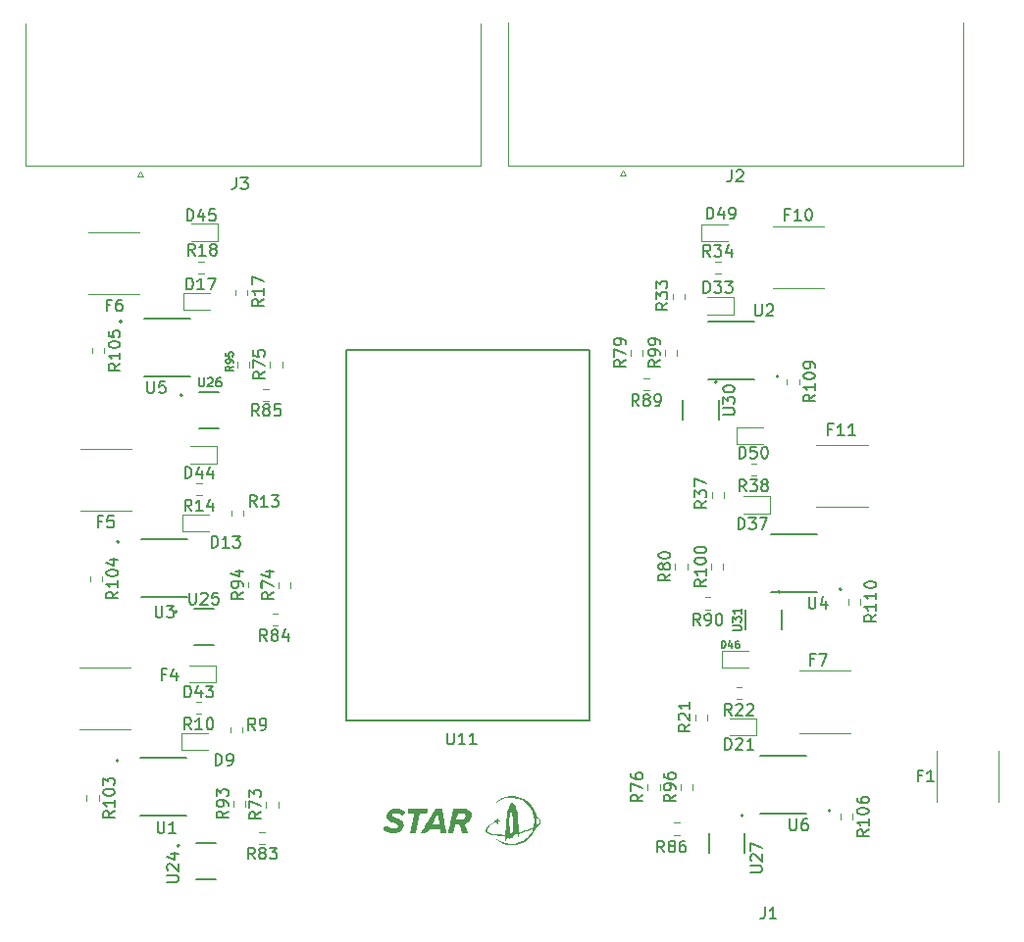
<source format=gbr>
%TF.GenerationSoftware,KiCad,Pcbnew,7.0.1-0*%
%TF.CreationDate,2023-10-23T10:38:47-07:00*%
%TF.ProjectId,MOSFET-board,4d4f5346-4554-42d6-926f-6172642e6b69,rev?*%
%TF.SameCoordinates,Original*%
%TF.FileFunction,Legend,Top*%
%TF.FilePolarity,Positive*%
%FSLAX46Y46*%
G04 Gerber Fmt 4.6, Leading zero omitted, Abs format (unit mm)*
G04 Created by KiCad (PCBNEW 7.0.1-0) date 2023-10-23 10:38:47*
%MOMM*%
%LPD*%
G01*
G04 APERTURE LIST*
%ADD10C,0.150000*%
%ADD11C,0.120000*%
%ADD12C,0.127000*%
%ADD13C,0.200000*%
G04 APERTURE END LIST*
D10*
%TO.C,F7*%
X192491666Y-119188809D02*
X192158333Y-119188809D01*
X192158333Y-119712619D02*
X192158333Y-118712619D01*
X192158333Y-118712619D02*
X192634523Y-118712619D01*
X192920238Y-118712619D02*
X193586904Y-118712619D01*
X193586904Y-118712619D02*
X193158333Y-119712619D01*
%TO.C,R85*%
X144547142Y-98162619D02*
X144213809Y-97686428D01*
X143975714Y-98162619D02*
X143975714Y-97162619D01*
X143975714Y-97162619D02*
X144356666Y-97162619D01*
X144356666Y-97162619D02*
X144451904Y-97210238D01*
X144451904Y-97210238D02*
X144499523Y-97257857D01*
X144499523Y-97257857D02*
X144547142Y-97353095D01*
X144547142Y-97353095D02*
X144547142Y-97495952D01*
X144547142Y-97495952D02*
X144499523Y-97591190D01*
X144499523Y-97591190D02*
X144451904Y-97638809D01*
X144451904Y-97638809D02*
X144356666Y-97686428D01*
X144356666Y-97686428D02*
X143975714Y-97686428D01*
X145118571Y-97591190D02*
X145023333Y-97543571D01*
X145023333Y-97543571D02*
X144975714Y-97495952D01*
X144975714Y-97495952D02*
X144928095Y-97400714D01*
X144928095Y-97400714D02*
X144928095Y-97353095D01*
X144928095Y-97353095D02*
X144975714Y-97257857D01*
X144975714Y-97257857D02*
X145023333Y-97210238D01*
X145023333Y-97210238D02*
X145118571Y-97162619D01*
X145118571Y-97162619D02*
X145309047Y-97162619D01*
X145309047Y-97162619D02*
X145404285Y-97210238D01*
X145404285Y-97210238D02*
X145451904Y-97257857D01*
X145451904Y-97257857D02*
X145499523Y-97353095D01*
X145499523Y-97353095D02*
X145499523Y-97400714D01*
X145499523Y-97400714D02*
X145451904Y-97495952D01*
X145451904Y-97495952D02*
X145404285Y-97543571D01*
X145404285Y-97543571D02*
X145309047Y-97591190D01*
X145309047Y-97591190D02*
X145118571Y-97591190D01*
X145118571Y-97591190D02*
X145023333Y-97638809D01*
X145023333Y-97638809D02*
X144975714Y-97686428D01*
X144975714Y-97686428D02*
X144928095Y-97781666D01*
X144928095Y-97781666D02*
X144928095Y-97972142D01*
X144928095Y-97972142D02*
X144975714Y-98067380D01*
X144975714Y-98067380D02*
X145023333Y-98115000D01*
X145023333Y-98115000D02*
X145118571Y-98162619D01*
X145118571Y-98162619D02*
X145309047Y-98162619D01*
X145309047Y-98162619D02*
X145404285Y-98115000D01*
X145404285Y-98115000D02*
X145451904Y-98067380D01*
X145451904Y-98067380D02*
X145499523Y-97972142D01*
X145499523Y-97972142D02*
X145499523Y-97781666D01*
X145499523Y-97781666D02*
X145451904Y-97686428D01*
X145451904Y-97686428D02*
X145404285Y-97638809D01*
X145404285Y-97638809D02*
X145309047Y-97591190D01*
X146404285Y-97162619D02*
X145928095Y-97162619D01*
X145928095Y-97162619D02*
X145880476Y-97638809D01*
X145880476Y-97638809D02*
X145928095Y-97591190D01*
X145928095Y-97591190D02*
X146023333Y-97543571D01*
X146023333Y-97543571D02*
X146261428Y-97543571D01*
X146261428Y-97543571D02*
X146356666Y-97591190D01*
X146356666Y-97591190D02*
X146404285Y-97638809D01*
X146404285Y-97638809D02*
X146451904Y-97734047D01*
X146451904Y-97734047D02*
X146451904Y-97972142D01*
X146451904Y-97972142D02*
X146404285Y-98067380D01*
X146404285Y-98067380D02*
X146356666Y-98115000D01*
X146356666Y-98115000D02*
X146261428Y-98162619D01*
X146261428Y-98162619D02*
X146023333Y-98162619D01*
X146023333Y-98162619D02*
X145928095Y-98115000D01*
X145928095Y-98115000D02*
X145880476Y-98067380D01*
%TO.C,R100*%
X183157619Y-112319047D02*
X182681428Y-112652380D01*
X183157619Y-112890475D02*
X182157619Y-112890475D01*
X182157619Y-112890475D02*
X182157619Y-112509523D01*
X182157619Y-112509523D02*
X182205238Y-112414285D01*
X182205238Y-112414285D02*
X182252857Y-112366666D01*
X182252857Y-112366666D02*
X182348095Y-112319047D01*
X182348095Y-112319047D02*
X182490952Y-112319047D01*
X182490952Y-112319047D02*
X182586190Y-112366666D01*
X182586190Y-112366666D02*
X182633809Y-112414285D01*
X182633809Y-112414285D02*
X182681428Y-112509523D01*
X182681428Y-112509523D02*
X182681428Y-112890475D01*
X183157619Y-111366666D02*
X183157619Y-111938094D01*
X183157619Y-111652380D02*
X182157619Y-111652380D01*
X182157619Y-111652380D02*
X182300476Y-111747618D01*
X182300476Y-111747618D02*
X182395714Y-111842856D01*
X182395714Y-111842856D02*
X182443333Y-111938094D01*
X182157619Y-110747618D02*
X182157619Y-110652380D01*
X182157619Y-110652380D02*
X182205238Y-110557142D01*
X182205238Y-110557142D02*
X182252857Y-110509523D01*
X182252857Y-110509523D02*
X182348095Y-110461904D01*
X182348095Y-110461904D02*
X182538571Y-110414285D01*
X182538571Y-110414285D02*
X182776666Y-110414285D01*
X182776666Y-110414285D02*
X182967142Y-110461904D01*
X182967142Y-110461904D02*
X183062380Y-110509523D01*
X183062380Y-110509523D02*
X183110000Y-110557142D01*
X183110000Y-110557142D02*
X183157619Y-110652380D01*
X183157619Y-110652380D02*
X183157619Y-110747618D01*
X183157619Y-110747618D02*
X183110000Y-110842856D01*
X183110000Y-110842856D02*
X183062380Y-110890475D01*
X183062380Y-110890475D02*
X182967142Y-110938094D01*
X182967142Y-110938094D02*
X182776666Y-110985713D01*
X182776666Y-110985713D02*
X182538571Y-110985713D01*
X182538571Y-110985713D02*
X182348095Y-110938094D01*
X182348095Y-110938094D02*
X182252857Y-110890475D01*
X182252857Y-110890475D02*
X182205238Y-110842856D01*
X182205238Y-110842856D02*
X182157619Y-110747618D01*
X182157619Y-109795237D02*
X182157619Y-109699999D01*
X182157619Y-109699999D02*
X182205238Y-109604761D01*
X182205238Y-109604761D02*
X182252857Y-109557142D01*
X182252857Y-109557142D02*
X182348095Y-109509523D01*
X182348095Y-109509523D02*
X182538571Y-109461904D01*
X182538571Y-109461904D02*
X182776666Y-109461904D01*
X182776666Y-109461904D02*
X182967142Y-109509523D01*
X182967142Y-109509523D02*
X183062380Y-109557142D01*
X183062380Y-109557142D02*
X183110000Y-109604761D01*
X183110000Y-109604761D02*
X183157619Y-109699999D01*
X183157619Y-109699999D02*
X183157619Y-109795237D01*
X183157619Y-109795237D02*
X183110000Y-109890475D01*
X183110000Y-109890475D02*
X183062380Y-109938094D01*
X183062380Y-109938094D02*
X182967142Y-109985713D01*
X182967142Y-109985713D02*
X182776666Y-110033332D01*
X182776666Y-110033332D02*
X182538571Y-110033332D01*
X182538571Y-110033332D02*
X182348095Y-109985713D01*
X182348095Y-109985713D02*
X182252857Y-109938094D01*
X182252857Y-109938094D02*
X182205238Y-109890475D01*
X182205238Y-109890475D02*
X182157619Y-109795237D01*
%TO.C,U6*%
X190388095Y-132987619D02*
X190388095Y-133797142D01*
X190388095Y-133797142D02*
X190435714Y-133892380D01*
X190435714Y-133892380D02*
X190483333Y-133940000D01*
X190483333Y-133940000D02*
X190578571Y-133987619D01*
X190578571Y-133987619D02*
X190769047Y-133987619D01*
X190769047Y-133987619D02*
X190864285Y-133940000D01*
X190864285Y-133940000D02*
X190911904Y-133892380D01*
X190911904Y-133892380D02*
X190959523Y-133797142D01*
X190959523Y-133797142D02*
X190959523Y-132987619D01*
X191864285Y-132987619D02*
X191673809Y-132987619D01*
X191673809Y-132987619D02*
X191578571Y-133035238D01*
X191578571Y-133035238D02*
X191530952Y-133082857D01*
X191530952Y-133082857D02*
X191435714Y-133225714D01*
X191435714Y-133225714D02*
X191388095Y-133416190D01*
X191388095Y-133416190D02*
X191388095Y-133797142D01*
X191388095Y-133797142D02*
X191435714Y-133892380D01*
X191435714Y-133892380D02*
X191483333Y-133940000D01*
X191483333Y-133940000D02*
X191578571Y-133987619D01*
X191578571Y-133987619D02*
X191769047Y-133987619D01*
X191769047Y-133987619D02*
X191864285Y-133940000D01*
X191864285Y-133940000D02*
X191911904Y-133892380D01*
X191911904Y-133892380D02*
X191959523Y-133797142D01*
X191959523Y-133797142D02*
X191959523Y-133559047D01*
X191959523Y-133559047D02*
X191911904Y-133463809D01*
X191911904Y-133463809D02*
X191864285Y-133416190D01*
X191864285Y-133416190D02*
X191769047Y-133368571D01*
X191769047Y-133368571D02*
X191578571Y-133368571D01*
X191578571Y-133368571D02*
X191483333Y-133416190D01*
X191483333Y-133416190D02*
X191435714Y-133463809D01*
X191435714Y-133463809D02*
X191388095Y-133559047D01*
%TO.C,*%
%TO.C,R104*%
X132392619Y-113369047D02*
X131916428Y-113702380D01*
X132392619Y-113940475D02*
X131392619Y-113940475D01*
X131392619Y-113940475D02*
X131392619Y-113559523D01*
X131392619Y-113559523D02*
X131440238Y-113464285D01*
X131440238Y-113464285D02*
X131487857Y-113416666D01*
X131487857Y-113416666D02*
X131583095Y-113369047D01*
X131583095Y-113369047D02*
X131725952Y-113369047D01*
X131725952Y-113369047D02*
X131821190Y-113416666D01*
X131821190Y-113416666D02*
X131868809Y-113464285D01*
X131868809Y-113464285D02*
X131916428Y-113559523D01*
X131916428Y-113559523D02*
X131916428Y-113940475D01*
X132392619Y-112416666D02*
X132392619Y-112988094D01*
X132392619Y-112702380D02*
X131392619Y-112702380D01*
X131392619Y-112702380D02*
X131535476Y-112797618D01*
X131535476Y-112797618D02*
X131630714Y-112892856D01*
X131630714Y-112892856D02*
X131678333Y-112988094D01*
X131392619Y-111797618D02*
X131392619Y-111702380D01*
X131392619Y-111702380D02*
X131440238Y-111607142D01*
X131440238Y-111607142D02*
X131487857Y-111559523D01*
X131487857Y-111559523D02*
X131583095Y-111511904D01*
X131583095Y-111511904D02*
X131773571Y-111464285D01*
X131773571Y-111464285D02*
X132011666Y-111464285D01*
X132011666Y-111464285D02*
X132202142Y-111511904D01*
X132202142Y-111511904D02*
X132297380Y-111559523D01*
X132297380Y-111559523D02*
X132345000Y-111607142D01*
X132345000Y-111607142D02*
X132392619Y-111702380D01*
X132392619Y-111702380D02*
X132392619Y-111797618D01*
X132392619Y-111797618D02*
X132345000Y-111892856D01*
X132345000Y-111892856D02*
X132297380Y-111940475D01*
X132297380Y-111940475D02*
X132202142Y-111988094D01*
X132202142Y-111988094D02*
X132011666Y-112035713D01*
X132011666Y-112035713D02*
X131773571Y-112035713D01*
X131773571Y-112035713D02*
X131583095Y-111988094D01*
X131583095Y-111988094D02*
X131487857Y-111940475D01*
X131487857Y-111940475D02*
X131440238Y-111892856D01*
X131440238Y-111892856D02*
X131392619Y-111797618D01*
X131725952Y-110607142D02*
X132392619Y-110607142D01*
X131345000Y-110845237D02*
X132059285Y-111083332D01*
X132059285Y-111083332D02*
X132059285Y-110464285D01*
%TO.C,R110*%
X197842619Y-115344047D02*
X197366428Y-115677380D01*
X197842619Y-115915475D02*
X196842619Y-115915475D01*
X196842619Y-115915475D02*
X196842619Y-115534523D01*
X196842619Y-115534523D02*
X196890238Y-115439285D01*
X196890238Y-115439285D02*
X196937857Y-115391666D01*
X196937857Y-115391666D02*
X197033095Y-115344047D01*
X197033095Y-115344047D02*
X197175952Y-115344047D01*
X197175952Y-115344047D02*
X197271190Y-115391666D01*
X197271190Y-115391666D02*
X197318809Y-115439285D01*
X197318809Y-115439285D02*
X197366428Y-115534523D01*
X197366428Y-115534523D02*
X197366428Y-115915475D01*
X197842619Y-114391666D02*
X197842619Y-114963094D01*
X197842619Y-114677380D02*
X196842619Y-114677380D01*
X196842619Y-114677380D02*
X196985476Y-114772618D01*
X196985476Y-114772618D02*
X197080714Y-114867856D01*
X197080714Y-114867856D02*
X197128333Y-114963094D01*
X197842619Y-113439285D02*
X197842619Y-114010713D01*
X197842619Y-113724999D02*
X196842619Y-113724999D01*
X196842619Y-113724999D02*
X196985476Y-113820237D01*
X196985476Y-113820237D02*
X197080714Y-113915475D01*
X197080714Y-113915475D02*
X197128333Y-114010713D01*
X196842619Y-112820237D02*
X196842619Y-112724999D01*
X196842619Y-112724999D02*
X196890238Y-112629761D01*
X196890238Y-112629761D02*
X196937857Y-112582142D01*
X196937857Y-112582142D02*
X197033095Y-112534523D01*
X197033095Y-112534523D02*
X197223571Y-112486904D01*
X197223571Y-112486904D02*
X197461666Y-112486904D01*
X197461666Y-112486904D02*
X197652142Y-112534523D01*
X197652142Y-112534523D02*
X197747380Y-112582142D01*
X197747380Y-112582142D02*
X197795000Y-112629761D01*
X197795000Y-112629761D02*
X197842619Y-112724999D01*
X197842619Y-112724999D02*
X197842619Y-112820237D01*
X197842619Y-112820237D02*
X197795000Y-112915475D01*
X197795000Y-112915475D02*
X197747380Y-112963094D01*
X197747380Y-112963094D02*
X197652142Y-113010713D01*
X197652142Y-113010713D02*
X197461666Y-113058332D01*
X197461666Y-113058332D02*
X197223571Y-113058332D01*
X197223571Y-113058332D02*
X197033095Y-113010713D01*
X197033095Y-113010713D02*
X196937857Y-112963094D01*
X196937857Y-112963094D02*
X196890238Y-112915475D01*
X196890238Y-112915475D02*
X196842619Y-112820237D01*
%TO.C,R33*%
X179812619Y-88417857D02*
X179336428Y-88751190D01*
X179812619Y-88989285D02*
X178812619Y-88989285D01*
X178812619Y-88989285D02*
X178812619Y-88608333D01*
X178812619Y-88608333D02*
X178860238Y-88513095D01*
X178860238Y-88513095D02*
X178907857Y-88465476D01*
X178907857Y-88465476D02*
X179003095Y-88417857D01*
X179003095Y-88417857D02*
X179145952Y-88417857D01*
X179145952Y-88417857D02*
X179241190Y-88465476D01*
X179241190Y-88465476D02*
X179288809Y-88513095D01*
X179288809Y-88513095D02*
X179336428Y-88608333D01*
X179336428Y-88608333D02*
X179336428Y-88989285D01*
X178812619Y-88084523D02*
X178812619Y-87465476D01*
X178812619Y-87465476D02*
X179193571Y-87798809D01*
X179193571Y-87798809D02*
X179193571Y-87655952D01*
X179193571Y-87655952D02*
X179241190Y-87560714D01*
X179241190Y-87560714D02*
X179288809Y-87513095D01*
X179288809Y-87513095D02*
X179384047Y-87465476D01*
X179384047Y-87465476D02*
X179622142Y-87465476D01*
X179622142Y-87465476D02*
X179717380Y-87513095D01*
X179717380Y-87513095D02*
X179765000Y-87560714D01*
X179765000Y-87560714D02*
X179812619Y-87655952D01*
X179812619Y-87655952D02*
X179812619Y-87941666D01*
X179812619Y-87941666D02*
X179765000Y-88036904D01*
X179765000Y-88036904D02*
X179717380Y-88084523D01*
X178812619Y-87132142D02*
X178812619Y-86513095D01*
X178812619Y-86513095D02*
X179193571Y-86846428D01*
X179193571Y-86846428D02*
X179193571Y-86703571D01*
X179193571Y-86703571D02*
X179241190Y-86608333D01*
X179241190Y-86608333D02*
X179288809Y-86560714D01*
X179288809Y-86560714D02*
X179384047Y-86513095D01*
X179384047Y-86513095D02*
X179622142Y-86513095D01*
X179622142Y-86513095D02*
X179717380Y-86560714D01*
X179717380Y-86560714D02*
X179765000Y-86608333D01*
X179765000Y-86608333D02*
X179812619Y-86703571D01*
X179812619Y-86703571D02*
X179812619Y-86989285D01*
X179812619Y-86989285D02*
X179765000Y-87084523D01*
X179765000Y-87084523D02*
X179717380Y-87132142D01*
%TO.C,J3*%
X142591666Y-77587619D02*
X142591666Y-78301904D01*
X142591666Y-78301904D02*
X142544047Y-78444761D01*
X142544047Y-78444761D02*
X142448809Y-78540000D01*
X142448809Y-78540000D02*
X142305952Y-78587619D01*
X142305952Y-78587619D02*
X142210714Y-78587619D01*
X142972619Y-77587619D02*
X143591666Y-77587619D01*
X143591666Y-77587619D02*
X143258333Y-77968571D01*
X143258333Y-77968571D02*
X143401190Y-77968571D01*
X143401190Y-77968571D02*
X143496428Y-78016190D01*
X143496428Y-78016190D02*
X143544047Y-78063809D01*
X143544047Y-78063809D02*
X143591666Y-78159047D01*
X143591666Y-78159047D02*
X143591666Y-78397142D01*
X143591666Y-78397142D02*
X143544047Y-78492380D01*
X143544047Y-78492380D02*
X143496428Y-78540000D01*
X143496428Y-78540000D02*
X143401190Y-78587619D01*
X143401190Y-78587619D02*
X143115476Y-78587619D01*
X143115476Y-78587619D02*
X143020238Y-78540000D01*
X143020238Y-78540000D02*
X142972619Y-78492380D01*
%TO.C,R22*%
X185357142Y-124062619D02*
X185023809Y-123586428D01*
X184785714Y-124062619D02*
X184785714Y-123062619D01*
X184785714Y-123062619D02*
X185166666Y-123062619D01*
X185166666Y-123062619D02*
X185261904Y-123110238D01*
X185261904Y-123110238D02*
X185309523Y-123157857D01*
X185309523Y-123157857D02*
X185357142Y-123253095D01*
X185357142Y-123253095D02*
X185357142Y-123395952D01*
X185357142Y-123395952D02*
X185309523Y-123491190D01*
X185309523Y-123491190D02*
X185261904Y-123538809D01*
X185261904Y-123538809D02*
X185166666Y-123586428D01*
X185166666Y-123586428D02*
X184785714Y-123586428D01*
X185738095Y-123157857D02*
X185785714Y-123110238D01*
X185785714Y-123110238D02*
X185880952Y-123062619D01*
X185880952Y-123062619D02*
X186119047Y-123062619D01*
X186119047Y-123062619D02*
X186214285Y-123110238D01*
X186214285Y-123110238D02*
X186261904Y-123157857D01*
X186261904Y-123157857D02*
X186309523Y-123253095D01*
X186309523Y-123253095D02*
X186309523Y-123348333D01*
X186309523Y-123348333D02*
X186261904Y-123491190D01*
X186261904Y-123491190D02*
X185690476Y-124062619D01*
X185690476Y-124062619D02*
X186309523Y-124062619D01*
X186690476Y-123157857D02*
X186738095Y-123110238D01*
X186738095Y-123110238D02*
X186833333Y-123062619D01*
X186833333Y-123062619D02*
X187071428Y-123062619D01*
X187071428Y-123062619D02*
X187166666Y-123110238D01*
X187166666Y-123110238D02*
X187214285Y-123157857D01*
X187214285Y-123157857D02*
X187261904Y-123253095D01*
X187261904Y-123253095D02*
X187261904Y-123348333D01*
X187261904Y-123348333D02*
X187214285Y-123491190D01*
X187214285Y-123491190D02*
X186642857Y-124062619D01*
X186642857Y-124062619D02*
X187261904Y-124062619D01*
%TO.C,R75*%
X145072619Y-94367857D02*
X144596428Y-94701190D01*
X145072619Y-94939285D02*
X144072619Y-94939285D01*
X144072619Y-94939285D02*
X144072619Y-94558333D01*
X144072619Y-94558333D02*
X144120238Y-94463095D01*
X144120238Y-94463095D02*
X144167857Y-94415476D01*
X144167857Y-94415476D02*
X144263095Y-94367857D01*
X144263095Y-94367857D02*
X144405952Y-94367857D01*
X144405952Y-94367857D02*
X144501190Y-94415476D01*
X144501190Y-94415476D02*
X144548809Y-94463095D01*
X144548809Y-94463095D02*
X144596428Y-94558333D01*
X144596428Y-94558333D02*
X144596428Y-94939285D01*
X144072619Y-94034523D02*
X144072619Y-93367857D01*
X144072619Y-93367857D02*
X145072619Y-93796428D01*
X144072619Y-92510714D02*
X144072619Y-92986904D01*
X144072619Y-92986904D02*
X144548809Y-93034523D01*
X144548809Y-93034523D02*
X144501190Y-92986904D01*
X144501190Y-92986904D02*
X144453571Y-92891666D01*
X144453571Y-92891666D02*
X144453571Y-92653571D01*
X144453571Y-92653571D02*
X144501190Y-92558333D01*
X144501190Y-92558333D02*
X144548809Y-92510714D01*
X144548809Y-92510714D02*
X144644047Y-92463095D01*
X144644047Y-92463095D02*
X144882142Y-92463095D01*
X144882142Y-92463095D02*
X144977380Y-92510714D01*
X144977380Y-92510714D02*
X145025000Y-92558333D01*
X145025000Y-92558333D02*
X145072619Y-92653571D01*
X145072619Y-92653571D02*
X145072619Y-92891666D01*
X145072619Y-92891666D02*
X145025000Y-92986904D01*
X145025000Y-92986904D02*
X144977380Y-93034523D01*
%TO.C,*%
%TO.C,D49*%
X183228214Y-81162619D02*
X183228214Y-80162619D01*
X183228214Y-80162619D02*
X183466309Y-80162619D01*
X183466309Y-80162619D02*
X183609166Y-80210238D01*
X183609166Y-80210238D02*
X183704404Y-80305476D01*
X183704404Y-80305476D02*
X183752023Y-80400714D01*
X183752023Y-80400714D02*
X183799642Y-80591190D01*
X183799642Y-80591190D02*
X183799642Y-80734047D01*
X183799642Y-80734047D02*
X183752023Y-80924523D01*
X183752023Y-80924523D02*
X183704404Y-81019761D01*
X183704404Y-81019761D02*
X183609166Y-81115000D01*
X183609166Y-81115000D02*
X183466309Y-81162619D01*
X183466309Y-81162619D02*
X183228214Y-81162619D01*
X184656785Y-80495952D02*
X184656785Y-81162619D01*
X184418690Y-80115000D02*
X184180595Y-80829285D01*
X184180595Y-80829285D02*
X184799642Y-80829285D01*
X185228214Y-81162619D02*
X185418690Y-81162619D01*
X185418690Y-81162619D02*
X185513928Y-81115000D01*
X185513928Y-81115000D02*
X185561547Y-81067380D01*
X185561547Y-81067380D02*
X185656785Y-80924523D01*
X185656785Y-80924523D02*
X185704404Y-80734047D01*
X185704404Y-80734047D02*
X185704404Y-80353095D01*
X185704404Y-80353095D02*
X185656785Y-80257857D01*
X185656785Y-80257857D02*
X185609166Y-80210238D01*
X185609166Y-80210238D02*
X185513928Y-80162619D01*
X185513928Y-80162619D02*
X185323452Y-80162619D01*
X185323452Y-80162619D02*
X185228214Y-80210238D01*
X185228214Y-80210238D02*
X185180595Y-80257857D01*
X185180595Y-80257857D02*
X185132976Y-80353095D01*
X185132976Y-80353095D02*
X185132976Y-80591190D01*
X185132976Y-80591190D02*
X185180595Y-80686428D01*
X185180595Y-80686428D02*
X185228214Y-80734047D01*
X185228214Y-80734047D02*
X185323452Y-80781666D01*
X185323452Y-80781666D02*
X185513928Y-80781666D01*
X185513928Y-80781666D02*
X185609166Y-80734047D01*
X185609166Y-80734047D02*
X185656785Y-80686428D01*
X185656785Y-80686428D02*
X185704404Y-80591190D01*
%TO.C,D50*%
X186010714Y-101837619D02*
X186010714Y-100837619D01*
X186010714Y-100837619D02*
X186248809Y-100837619D01*
X186248809Y-100837619D02*
X186391666Y-100885238D01*
X186391666Y-100885238D02*
X186486904Y-100980476D01*
X186486904Y-100980476D02*
X186534523Y-101075714D01*
X186534523Y-101075714D02*
X186582142Y-101266190D01*
X186582142Y-101266190D02*
X186582142Y-101409047D01*
X186582142Y-101409047D02*
X186534523Y-101599523D01*
X186534523Y-101599523D02*
X186486904Y-101694761D01*
X186486904Y-101694761D02*
X186391666Y-101790000D01*
X186391666Y-101790000D02*
X186248809Y-101837619D01*
X186248809Y-101837619D02*
X186010714Y-101837619D01*
X187486904Y-100837619D02*
X187010714Y-100837619D01*
X187010714Y-100837619D02*
X186963095Y-101313809D01*
X186963095Y-101313809D02*
X187010714Y-101266190D01*
X187010714Y-101266190D02*
X187105952Y-101218571D01*
X187105952Y-101218571D02*
X187344047Y-101218571D01*
X187344047Y-101218571D02*
X187439285Y-101266190D01*
X187439285Y-101266190D02*
X187486904Y-101313809D01*
X187486904Y-101313809D02*
X187534523Y-101409047D01*
X187534523Y-101409047D02*
X187534523Y-101647142D01*
X187534523Y-101647142D02*
X187486904Y-101742380D01*
X187486904Y-101742380D02*
X187439285Y-101790000D01*
X187439285Y-101790000D02*
X187344047Y-101837619D01*
X187344047Y-101837619D02*
X187105952Y-101837619D01*
X187105952Y-101837619D02*
X187010714Y-101790000D01*
X187010714Y-101790000D02*
X186963095Y-101742380D01*
X188153571Y-100837619D02*
X188248809Y-100837619D01*
X188248809Y-100837619D02*
X188344047Y-100885238D01*
X188344047Y-100885238D02*
X188391666Y-100932857D01*
X188391666Y-100932857D02*
X188439285Y-101028095D01*
X188439285Y-101028095D02*
X188486904Y-101218571D01*
X188486904Y-101218571D02*
X188486904Y-101456666D01*
X188486904Y-101456666D02*
X188439285Y-101647142D01*
X188439285Y-101647142D02*
X188391666Y-101742380D01*
X188391666Y-101742380D02*
X188344047Y-101790000D01*
X188344047Y-101790000D02*
X188248809Y-101837619D01*
X188248809Y-101837619D02*
X188153571Y-101837619D01*
X188153571Y-101837619D02*
X188058333Y-101790000D01*
X188058333Y-101790000D02*
X188010714Y-101742380D01*
X188010714Y-101742380D02*
X187963095Y-101647142D01*
X187963095Y-101647142D02*
X187915476Y-101456666D01*
X187915476Y-101456666D02*
X187915476Y-101218571D01*
X187915476Y-101218571D02*
X187963095Y-101028095D01*
X187963095Y-101028095D02*
X188010714Y-100932857D01*
X188010714Y-100932857D02*
X188058333Y-100885238D01*
X188058333Y-100885238D02*
X188153571Y-100837619D01*
%TO.C,R95*%
X142333763Y-93878214D02*
X142031382Y-94089881D01*
X142333763Y-94241071D02*
X141698763Y-94241071D01*
X141698763Y-94241071D02*
X141698763Y-93999166D01*
X141698763Y-93999166D02*
X141729001Y-93938690D01*
X141729001Y-93938690D02*
X141759239Y-93908452D01*
X141759239Y-93908452D02*
X141819715Y-93878214D01*
X141819715Y-93878214D02*
X141910429Y-93878214D01*
X141910429Y-93878214D02*
X141970905Y-93908452D01*
X141970905Y-93908452D02*
X142001144Y-93938690D01*
X142001144Y-93938690D02*
X142031382Y-93999166D01*
X142031382Y-93999166D02*
X142031382Y-94241071D01*
X142333763Y-93575833D02*
X142333763Y-93454881D01*
X142333763Y-93454881D02*
X142303525Y-93394404D01*
X142303525Y-93394404D02*
X142273286Y-93364166D01*
X142273286Y-93364166D02*
X142182572Y-93303690D01*
X142182572Y-93303690D02*
X142061620Y-93273452D01*
X142061620Y-93273452D02*
X141819715Y-93273452D01*
X141819715Y-93273452D02*
X141759239Y-93303690D01*
X141759239Y-93303690D02*
X141729001Y-93333928D01*
X141729001Y-93333928D02*
X141698763Y-93394404D01*
X141698763Y-93394404D02*
X141698763Y-93515357D01*
X141698763Y-93515357D02*
X141729001Y-93575833D01*
X141729001Y-93575833D02*
X141759239Y-93606071D01*
X141759239Y-93606071D02*
X141819715Y-93636309D01*
X141819715Y-93636309D02*
X141970905Y-93636309D01*
X141970905Y-93636309D02*
X142031382Y-93606071D01*
X142031382Y-93606071D02*
X142061620Y-93575833D01*
X142061620Y-93575833D02*
X142091858Y-93515357D01*
X142091858Y-93515357D02*
X142091858Y-93394404D01*
X142091858Y-93394404D02*
X142061620Y-93333928D01*
X142061620Y-93333928D02*
X142031382Y-93303690D01*
X142031382Y-93303690D02*
X141970905Y-93273452D01*
X141698763Y-92698928D02*
X141698763Y-93001309D01*
X141698763Y-93001309D02*
X142001144Y-93031547D01*
X142001144Y-93031547D02*
X141970905Y-93001309D01*
X141970905Y-93001309D02*
X141940667Y-92940833D01*
X141940667Y-92940833D02*
X141940667Y-92789642D01*
X141940667Y-92789642D02*
X141970905Y-92729166D01*
X141970905Y-92729166D02*
X142001144Y-92698928D01*
X142001144Y-92698928D02*
X142061620Y-92668690D01*
X142061620Y-92668690D02*
X142212810Y-92668690D01*
X142212810Y-92668690D02*
X142273286Y-92698928D01*
X142273286Y-92698928D02*
X142303525Y-92729166D01*
X142303525Y-92729166D02*
X142333763Y-92789642D01*
X142333763Y-92789642D02*
X142333763Y-92940833D01*
X142333763Y-92940833D02*
X142303525Y-93001309D01*
X142303525Y-93001309D02*
X142273286Y-93031547D01*
%TO.C,*%
%TO.C,F10*%
X190315476Y-80758809D02*
X189982143Y-80758809D01*
X189982143Y-81282619D02*
X189982143Y-80282619D01*
X189982143Y-80282619D02*
X190458333Y-80282619D01*
X191363095Y-81282619D02*
X190791667Y-81282619D01*
X191077381Y-81282619D02*
X191077381Y-80282619D01*
X191077381Y-80282619D02*
X190982143Y-80425476D01*
X190982143Y-80425476D02*
X190886905Y-80520714D01*
X190886905Y-80520714D02*
X190791667Y-80568333D01*
X191982143Y-80282619D02*
X192077381Y-80282619D01*
X192077381Y-80282619D02*
X192172619Y-80330238D01*
X192172619Y-80330238D02*
X192220238Y-80377857D01*
X192220238Y-80377857D02*
X192267857Y-80473095D01*
X192267857Y-80473095D02*
X192315476Y-80663571D01*
X192315476Y-80663571D02*
X192315476Y-80901666D01*
X192315476Y-80901666D02*
X192267857Y-81092142D01*
X192267857Y-81092142D02*
X192220238Y-81187380D01*
X192220238Y-81187380D02*
X192172619Y-81235000D01*
X192172619Y-81235000D02*
X192077381Y-81282619D01*
X192077381Y-81282619D02*
X191982143Y-81282619D01*
X191982143Y-81282619D02*
X191886905Y-81235000D01*
X191886905Y-81235000D02*
X191839286Y-81187380D01*
X191839286Y-81187380D02*
X191791667Y-81092142D01*
X191791667Y-81092142D02*
X191744048Y-80901666D01*
X191744048Y-80901666D02*
X191744048Y-80663571D01*
X191744048Y-80663571D02*
X191791667Y-80473095D01*
X191791667Y-80473095D02*
X191839286Y-80377857D01*
X191839286Y-80377857D02*
X191886905Y-80330238D01*
X191886905Y-80330238D02*
X191982143Y-80282619D01*
%TO.C,U11*%
X160813905Y-125548219D02*
X160813905Y-126357742D01*
X160813905Y-126357742D02*
X160861524Y-126452980D01*
X160861524Y-126452980D02*
X160909143Y-126500600D01*
X160909143Y-126500600D02*
X161004381Y-126548219D01*
X161004381Y-126548219D02*
X161194857Y-126548219D01*
X161194857Y-126548219D02*
X161290095Y-126500600D01*
X161290095Y-126500600D02*
X161337714Y-126452980D01*
X161337714Y-126452980D02*
X161385333Y-126357742D01*
X161385333Y-126357742D02*
X161385333Y-125548219D01*
X162385333Y-126548219D02*
X161813905Y-126548219D01*
X162099619Y-126548219D02*
X162099619Y-125548219D01*
X162099619Y-125548219D02*
X162004381Y-125691076D01*
X162004381Y-125691076D02*
X161909143Y-125786314D01*
X161909143Y-125786314D02*
X161813905Y-125833933D01*
X163337714Y-126548219D02*
X162766286Y-126548219D01*
X163052000Y-126548219D02*
X163052000Y-125548219D01*
X163052000Y-125548219D02*
X162956762Y-125691076D01*
X162956762Y-125691076D02*
X162861524Y-125786314D01*
X162861524Y-125786314D02*
X162766286Y-125833933D01*
%TO.C,F1*%
X201761666Y-129238809D02*
X201428333Y-129238809D01*
X201428333Y-129762619D02*
X201428333Y-128762619D01*
X201428333Y-128762619D02*
X201904523Y-128762619D01*
X202809285Y-129762619D02*
X202237857Y-129762619D01*
X202523571Y-129762619D02*
X202523571Y-128762619D01*
X202523571Y-128762619D02*
X202428333Y-128905476D01*
X202428333Y-128905476D02*
X202333095Y-129000714D01*
X202333095Y-129000714D02*
X202237857Y-129048333D01*
%TO.C,*%
%TO.C,U27*%
X186987619Y-137608094D02*
X187797142Y-137608094D01*
X187797142Y-137608094D02*
X187892380Y-137560475D01*
X187892380Y-137560475D02*
X187940000Y-137512856D01*
X187940000Y-137512856D02*
X187987619Y-137417618D01*
X187987619Y-137417618D02*
X187987619Y-137227142D01*
X187987619Y-137227142D02*
X187940000Y-137131904D01*
X187940000Y-137131904D02*
X187892380Y-137084285D01*
X187892380Y-137084285D02*
X187797142Y-137036666D01*
X187797142Y-137036666D02*
X186987619Y-137036666D01*
X187082857Y-136608094D02*
X187035238Y-136560475D01*
X187035238Y-136560475D02*
X186987619Y-136465237D01*
X186987619Y-136465237D02*
X186987619Y-136227142D01*
X186987619Y-136227142D02*
X187035238Y-136131904D01*
X187035238Y-136131904D02*
X187082857Y-136084285D01*
X187082857Y-136084285D02*
X187178095Y-136036666D01*
X187178095Y-136036666D02*
X187273333Y-136036666D01*
X187273333Y-136036666D02*
X187416190Y-136084285D01*
X187416190Y-136084285D02*
X187987619Y-136655713D01*
X187987619Y-136655713D02*
X187987619Y-136036666D01*
X186987619Y-135703332D02*
X186987619Y-135036666D01*
X186987619Y-135036666D02*
X187987619Y-135465237D01*
%TO.C,R105*%
X132582619Y-93644047D02*
X132106428Y-93977380D01*
X132582619Y-94215475D02*
X131582619Y-94215475D01*
X131582619Y-94215475D02*
X131582619Y-93834523D01*
X131582619Y-93834523D02*
X131630238Y-93739285D01*
X131630238Y-93739285D02*
X131677857Y-93691666D01*
X131677857Y-93691666D02*
X131773095Y-93644047D01*
X131773095Y-93644047D02*
X131915952Y-93644047D01*
X131915952Y-93644047D02*
X132011190Y-93691666D01*
X132011190Y-93691666D02*
X132058809Y-93739285D01*
X132058809Y-93739285D02*
X132106428Y-93834523D01*
X132106428Y-93834523D02*
X132106428Y-94215475D01*
X132582619Y-92691666D02*
X132582619Y-93263094D01*
X132582619Y-92977380D02*
X131582619Y-92977380D01*
X131582619Y-92977380D02*
X131725476Y-93072618D01*
X131725476Y-93072618D02*
X131820714Y-93167856D01*
X131820714Y-93167856D02*
X131868333Y-93263094D01*
X131582619Y-92072618D02*
X131582619Y-91977380D01*
X131582619Y-91977380D02*
X131630238Y-91882142D01*
X131630238Y-91882142D02*
X131677857Y-91834523D01*
X131677857Y-91834523D02*
X131773095Y-91786904D01*
X131773095Y-91786904D02*
X131963571Y-91739285D01*
X131963571Y-91739285D02*
X132201666Y-91739285D01*
X132201666Y-91739285D02*
X132392142Y-91786904D01*
X132392142Y-91786904D02*
X132487380Y-91834523D01*
X132487380Y-91834523D02*
X132535000Y-91882142D01*
X132535000Y-91882142D02*
X132582619Y-91977380D01*
X132582619Y-91977380D02*
X132582619Y-92072618D01*
X132582619Y-92072618D02*
X132535000Y-92167856D01*
X132535000Y-92167856D02*
X132487380Y-92215475D01*
X132487380Y-92215475D02*
X132392142Y-92263094D01*
X132392142Y-92263094D02*
X132201666Y-92310713D01*
X132201666Y-92310713D02*
X131963571Y-92310713D01*
X131963571Y-92310713D02*
X131773095Y-92263094D01*
X131773095Y-92263094D02*
X131677857Y-92215475D01*
X131677857Y-92215475D02*
X131630238Y-92167856D01*
X131630238Y-92167856D02*
X131582619Y-92072618D01*
X131582619Y-90834523D02*
X131582619Y-91310713D01*
X131582619Y-91310713D02*
X132058809Y-91358332D01*
X132058809Y-91358332D02*
X132011190Y-91310713D01*
X132011190Y-91310713D02*
X131963571Y-91215475D01*
X131963571Y-91215475D02*
X131963571Y-90977380D01*
X131963571Y-90977380D02*
X132011190Y-90882142D01*
X132011190Y-90882142D02*
X132058809Y-90834523D01*
X132058809Y-90834523D02*
X132154047Y-90786904D01*
X132154047Y-90786904D02*
X132392142Y-90786904D01*
X132392142Y-90786904D02*
X132487380Y-90834523D01*
X132487380Y-90834523D02*
X132535000Y-90882142D01*
X132535000Y-90882142D02*
X132582619Y-90977380D01*
X132582619Y-90977380D02*
X132582619Y-91215475D01*
X132582619Y-91215475D02*
X132535000Y-91310713D01*
X132535000Y-91310713D02*
X132487380Y-91358332D01*
%TO.C,*%
%TO.C,R94*%
X143182619Y-113392857D02*
X142706428Y-113726190D01*
X143182619Y-113964285D02*
X142182619Y-113964285D01*
X142182619Y-113964285D02*
X142182619Y-113583333D01*
X142182619Y-113583333D02*
X142230238Y-113488095D01*
X142230238Y-113488095D02*
X142277857Y-113440476D01*
X142277857Y-113440476D02*
X142373095Y-113392857D01*
X142373095Y-113392857D02*
X142515952Y-113392857D01*
X142515952Y-113392857D02*
X142611190Y-113440476D01*
X142611190Y-113440476D02*
X142658809Y-113488095D01*
X142658809Y-113488095D02*
X142706428Y-113583333D01*
X142706428Y-113583333D02*
X142706428Y-113964285D01*
X143182619Y-112916666D02*
X143182619Y-112726190D01*
X143182619Y-112726190D02*
X143135000Y-112630952D01*
X143135000Y-112630952D02*
X143087380Y-112583333D01*
X143087380Y-112583333D02*
X142944523Y-112488095D01*
X142944523Y-112488095D02*
X142754047Y-112440476D01*
X142754047Y-112440476D02*
X142373095Y-112440476D01*
X142373095Y-112440476D02*
X142277857Y-112488095D01*
X142277857Y-112488095D02*
X142230238Y-112535714D01*
X142230238Y-112535714D02*
X142182619Y-112630952D01*
X142182619Y-112630952D02*
X142182619Y-112821428D01*
X142182619Y-112821428D02*
X142230238Y-112916666D01*
X142230238Y-112916666D02*
X142277857Y-112964285D01*
X142277857Y-112964285D02*
X142373095Y-113011904D01*
X142373095Y-113011904D02*
X142611190Y-113011904D01*
X142611190Y-113011904D02*
X142706428Y-112964285D01*
X142706428Y-112964285D02*
X142754047Y-112916666D01*
X142754047Y-112916666D02*
X142801666Y-112821428D01*
X142801666Y-112821428D02*
X142801666Y-112630952D01*
X142801666Y-112630952D02*
X142754047Y-112535714D01*
X142754047Y-112535714D02*
X142706428Y-112488095D01*
X142706428Y-112488095D02*
X142611190Y-112440476D01*
X142515952Y-111583333D02*
X143182619Y-111583333D01*
X142135000Y-111821428D02*
X142849285Y-112059523D01*
X142849285Y-112059523D02*
X142849285Y-111440476D01*
%TO.C,*%
%TO.C,R90*%
X182657142Y-116267619D02*
X182323809Y-115791428D01*
X182085714Y-116267619D02*
X182085714Y-115267619D01*
X182085714Y-115267619D02*
X182466666Y-115267619D01*
X182466666Y-115267619D02*
X182561904Y-115315238D01*
X182561904Y-115315238D02*
X182609523Y-115362857D01*
X182609523Y-115362857D02*
X182657142Y-115458095D01*
X182657142Y-115458095D02*
X182657142Y-115600952D01*
X182657142Y-115600952D02*
X182609523Y-115696190D01*
X182609523Y-115696190D02*
X182561904Y-115743809D01*
X182561904Y-115743809D02*
X182466666Y-115791428D01*
X182466666Y-115791428D02*
X182085714Y-115791428D01*
X183133333Y-116267619D02*
X183323809Y-116267619D01*
X183323809Y-116267619D02*
X183419047Y-116220000D01*
X183419047Y-116220000D02*
X183466666Y-116172380D01*
X183466666Y-116172380D02*
X183561904Y-116029523D01*
X183561904Y-116029523D02*
X183609523Y-115839047D01*
X183609523Y-115839047D02*
X183609523Y-115458095D01*
X183609523Y-115458095D02*
X183561904Y-115362857D01*
X183561904Y-115362857D02*
X183514285Y-115315238D01*
X183514285Y-115315238D02*
X183419047Y-115267619D01*
X183419047Y-115267619D02*
X183228571Y-115267619D01*
X183228571Y-115267619D02*
X183133333Y-115315238D01*
X183133333Y-115315238D02*
X183085714Y-115362857D01*
X183085714Y-115362857D02*
X183038095Y-115458095D01*
X183038095Y-115458095D02*
X183038095Y-115696190D01*
X183038095Y-115696190D02*
X183085714Y-115791428D01*
X183085714Y-115791428D02*
X183133333Y-115839047D01*
X183133333Y-115839047D02*
X183228571Y-115886666D01*
X183228571Y-115886666D02*
X183419047Y-115886666D01*
X183419047Y-115886666D02*
X183514285Y-115839047D01*
X183514285Y-115839047D02*
X183561904Y-115791428D01*
X183561904Y-115791428D02*
X183609523Y-115696190D01*
X184228571Y-115267619D02*
X184323809Y-115267619D01*
X184323809Y-115267619D02*
X184419047Y-115315238D01*
X184419047Y-115315238D02*
X184466666Y-115362857D01*
X184466666Y-115362857D02*
X184514285Y-115458095D01*
X184514285Y-115458095D02*
X184561904Y-115648571D01*
X184561904Y-115648571D02*
X184561904Y-115886666D01*
X184561904Y-115886666D02*
X184514285Y-116077142D01*
X184514285Y-116077142D02*
X184466666Y-116172380D01*
X184466666Y-116172380D02*
X184419047Y-116220000D01*
X184419047Y-116220000D02*
X184323809Y-116267619D01*
X184323809Y-116267619D02*
X184228571Y-116267619D01*
X184228571Y-116267619D02*
X184133333Y-116220000D01*
X184133333Y-116220000D02*
X184085714Y-116172380D01*
X184085714Y-116172380D02*
X184038095Y-116077142D01*
X184038095Y-116077142D02*
X183990476Y-115886666D01*
X183990476Y-115886666D02*
X183990476Y-115648571D01*
X183990476Y-115648571D02*
X184038095Y-115458095D01*
X184038095Y-115458095D02*
X184085714Y-115362857D01*
X184085714Y-115362857D02*
X184133333Y-115315238D01*
X184133333Y-115315238D02*
X184228571Y-115267619D01*
%TO.C,*%
%TO.C,U1*%
X135809595Y-133213619D02*
X135809595Y-134023142D01*
X135809595Y-134023142D02*
X135857214Y-134118380D01*
X135857214Y-134118380D02*
X135904833Y-134166000D01*
X135904833Y-134166000D02*
X136000071Y-134213619D01*
X136000071Y-134213619D02*
X136190547Y-134213619D01*
X136190547Y-134213619D02*
X136285785Y-134166000D01*
X136285785Y-134166000D02*
X136333404Y-134118380D01*
X136333404Y-134118380D02*
X136381023Y-134023142D01*
X136381023Y-134023142D02*
X136381023Y-133213619D01*
X137381023Y-134213619D02*
X136809595Y-134213619D01*
X137095309Y-134213619D02*
X137095309Y-133213619D01*
X137095309Y-133213619D02*
X137000071Y-133356476D01*
X137000071Y-133356476D02*
X136904833Y-133451714D01*
X136904833Y-133451714D02*
X136809595Y-133499333D01*
%TO.C,U4*%
X192038095Y-113817619D02*
X192038095Y-114627142D01*
X192038095Y-114627142D02*
X192085714Y-114722380D01*
X192085714Y-114722380D02*
X192133333Y-114770000D01*
X192133333Y-114770000D02*
X192228571Y-114817619D01*
X192228571Y-114817619D02*
X192419047Y-114817619D01*
X192419047Y-114817619D02*
X192514285Y-114770000D01*
X192514285Y-114770000D02*
X192561904Y-114722380D01*
X192561904Y-114722380D02*
X192609523Y-114627142D01*
X192609523Y-114627142D02*
X192609523Y-113817619D01*
X193514285Y-114150952D02*
X193514285Y-114817619D01*
X193276190Y-113770000D02*
X193038095Y-114484285D01*
X193038095Y-114484285D02*
X193657142Y-114484285D01*
%TO.C,R34*%
X183532142Y-84407619D02*
X183198809Y-83931428D01*
X182960714Y-84407619D02*
X182960714Y-83407619D01*
X182960714Y-83407619D02*
X183341666Y-83407619D01*
X183341666Y-83407619D02*
X183436904Y-83455238D01*
X183436904Y-83455238D02*
X183484523Y-83502857D01*
X183484523Y-83502857D02*
X183532142Y-83598095D01*
X183532142Y-83598095D02*
X183532142Y-83740952D01*
X183532142Y-83740952D02*
X183484523Y-83836190D01*
X183484523Y-83836190D02*
X183436904Y-83883809D01*
X183436904Y-83883809D02*
X183341666Y-83931428D01*
X183341666Y-83931428D02*
X182960714Y-83931428D01*
X183865476Y-83407619D02*
X184484523Y-83407619D01*
X184484523Y-83407619D02*
X184151190Y-83788571D01*
X184151190Y-83788571D02*
X184294047Y-83788571D01*
X184294047Y-83788571D02*
X184389285Y-83836190D01*
X184389285Y-83836190D02*
X184436904Y-83883809D01*
X184436904Y-83883809D02*
X184484523Y-83979047D01*
X184484523Y-83979047D02*
X184484523Y-84217142D01*
X184484523Y-84217142D02*
X184436904Y-84312380D01*
X184436904Y-84312380D02*
X184389285Y-84360000D01*
X184389285Y-84360000D02*
X184294047Y-84407619D01*
X184294047Y-84407619D02*
X184008333Y-84407619D01*
X184008333Y-84407619D02*
X183913095Y-84360000D01*
X183913095Y-84360000D02*
X183865476Y-84312380D01*
X185341666Y-83740952D02*
X185341666Y-84407619D01*
X185103571Y-83360000D02*
X184865476Y-84074285D01*
X184865476Y-84074285D02*
X185484523Y-84074285D01*
%TO.C,*%
%TO.C,D44*%
X138185714Y-103562619D02*
X138185714Y-102562619D01*
X138185714Y-102562619D02*
X138423809Y-102562619D01*
X138423809Y-102562619D02*
X138566666Y-102610238D01*
X138566666Y-102610238D02*
X138661904Y-102705476D01*
X138661904Y-102705476D02*
X138709523Y-102800714D01*
X138709523Y-102800714D02*
X138757142Y-102991190D01*
X138757142Y-102991190D02*
X138757142Y-103134047D01*
X138757142Y-103134047D02*
X138709523Y-103324523D01*
X138709523Y-103324523D02*
X138661904Y-103419761D01*
X138661904Y-103419761D02*
X138566666Y-103515000D01*
X138566666Y-103515000D02*
X138423809Y-103562619D01*
X138423809Y-103562619D02*
X138185714Y-103562619D01*
X139614285Y-102895952D02*
X139614285Y-103562619D01*
X139376190Y-102515000D02*
X139138095Y-103229285D01*
X139138095Y-103229285D02*
X139757142Y-103229285D01*
X140566666Y-102895952D02*
X140566666Y-103562619D01*
X140328571Y-102515000D02*
X140090476Y-103229285D01*
X140090476Y-103229285D02*
X140709523Y-103229285D01*
%TO.C,*%
%TO.C,U26*%
X139386571Y-94870515D02*
X139386571Y-95487372D01*
X139386571Y-95487372D02*
X139422857Y-95559944D01*
X139422857Y-95559944D02*
X139459143Y-95596230D01*
X139459143Y-95596230D02*
X139531714Y-95632515D01*
X139531714Y-95632515D02*
X139676857Y-95632515D01*
X139676857Y-95632515D02*
X139749428Y-95596230D01*
X139749428Y-95596230D02*
X139785714Y-95559944D01*
X139785714Y-95559944D02*
X139822000Y-95487372D01*
X139822000Y-95487372D02*
X139822000Y-94870515D01*
X140148571Y-94943087D02*
X140184857Y-94906801D01*
X140184857Y-94906801D02*
X140257429Y-94870515D01*
X140257429Y-94870515D02*
X140438857Y-94870515D01*
X140438857Y-94870515D02*
X140511429Y-94906801D01*
X140511429Y-94906801D02*
X140547714Y-94943087D01*
X140547714Y-94943087D02*
X140584000Y-95015658D01*
X140584000Y-95015658D02*
X140584000Y-95088230D01*
X140584000Y-95088230D02*
X140547714Y-95197087D01*
X140547714Y-95197087D02*
X140112286Y-95632515D01*
X140112286Y-95632515D02*
X140584000Y-95632515D01*
X141237143Y-94870515D02*
X141092000Y-94870515D01*
X141092000Y-94870515D02*
X141019428Y-94906801D01*
X141019428Y-94906801D02*
X140983143Y-94943087D01*
X140983143Y-94943087D02*
X140910571Y-95051944D01*
X140910571Y-95051944D02*
X140874285Y-95197087D01*
X140874285Y-95197087D02*
X140874285Y-95487372D01*
X140874285Y-95487372D02*
X140910571Y-95559944D01*
X140910571Y-95559944D02*
X140946857Y-95596230D01*
X140946857Y-95596230D02*
X141019428Y-95632515D01*
X141019428Y-95632515D02*
X141164571Y-95632515D01*
X141164571Y-95632515D02*
X141237143Y-95596230D01*
X141237143Y-95596230D02*
X141273428Y-95559944D01*
X141273428Y-95559944D02*
X141309714Y-95487372D01*
X141309714Y-95487372D02*
X141309714Y-95305944D01*
X141309714Y-95305944D02*
X141273428Y-95233372D01*
X141273428Y-95233372D02*
X141237143Y-95197087D01*
X141237143Y-95197087D02*
X141164571Y-95160801D01*
X141164571Y-95160801D02*
X141019428Y-95160801D01*
X141019428Y-95160801D02*
X140946857Y-95197087D01*
X140946857Y-95197087D02*
X140910571Y-95233372D01*
X140910571Y-95233372D02*
X140874285Y-95305944D01*
%TO.C,U30*%
X184632619Y-98078094D02*
X185442142Y-98078094D01*
X185442142Y-98078094D02*
X185537380Y-98030475D01*
X185537380Y-98030475D02*
X185585000Y-97982856D01*
X185585000Y-97982856D02*
X185632619Y-97887618D01*
X185632619Y-97887618D02*
X185632619Y-97697142D01*
X185632619Y-97697142D02*
X185585000Y-97601904D01*
X185585000Y-97601904D02*
X185537380Y-97554285D01*
X185537380Y-97554285D02*
X185442142Y-97506666D01*
X185442142Y-97506666D02*
X184632619Y-97506666D01*
X184632619Y-97125713D02*
X184632619Y-96506666D01*
X184632619Y-96506666D02*
X185013571Y-96839999D01*
X185013571Y-96839999D02*
X185013571Y-96697142D01*
X185013571Y-96697142D02*
X185061190Y-96601904D01*
X185061190Y-96601904D02*
X185108809Y-96554285D01*
X185108809Y-96554285D02*
X185204047Y-96506666D01*
X185204047Y-96506666D02*
X185442142Y-96506666D01*
X185442142Y-96506666D02*
X185537380Y-96554285D01*
X185537380Y-96554285D02*
X185585000Y-96601904D01*
X185585000Y-96601904D02*
X185632619Y-96697142D01*
X185632619Y-96697142D02*
X185632619Y-96982856D01*
X185632619Y-96982856D02*
X185585000Y-97078094D01*
X185585000Y-97078094D02*
X185537380Y-97125713D01*
X184632619Y-95887618D02*
X184632619Y-95792380D01*
X184632619Y-95792380D02*
X184680238Y-95697142D01*
X184680238Y-95697142D02*
X184727857Y-95649523D01*
X184727857Y-95649523D02*
X184823095Y-95601904D01*
X184823095Y-95601904D02*
X185013571Y-95554285D01*
X185013571Y-95554285D02*
X185251666Y-95554285D01*
X185251666Y-95554285D02*
X185442142Y-95601904D01*
X185442142Y-95601904D02*
X185537380Y-95649523D01*
X185537380Y-95649523D02*
X185585000Y-95697142D01*
X185585000Y-95697142D02*
X185632619Y-95792380D01*
X185632619Y-95792380D02*
X185632619Y-95887618D01*
X185632619Y-95887618D02*
X185585000Y-95982856D01*
X185585000Y-95982856D02*
X185537380Y-96030475D01*
X185537380Y-96030475D02*
X185442142Y-96078094D01*
X185442142Y-96078094D02*
X185251666Y-96125713D01*
X185251666Y-96125713D02*
X185013571Y-96125713D01*
X185013571Y-96125713D02*
X184823095Y-96078094D01*
X184823095Y-96078094D02*
X184727857Y-96030475D01*
X184727857Y-96030475D02*
X184680238Y-95982856D01*
X184680238Y-95982856D02*
X184632619Y-95887618D01*
%TO.C,R84*%
X145257142Y-117612619D02*
X144923809Y-117136428D01*
X144685714Y-117612619D02*
X144685714Y-116612619D01*
X144685714Y-116612619D02*
X145066666Y-116612619D01*
X145066666Y-116612619D02*
X145161904Y-116660238D01*
X145161904Y-116660238D02*
X145209523Y-116707857D01*
X145209523Y-116707857D02*
X145257142Y-116803095D01*
X145257142Y-116803095D02*
X145257142Y-116945952D01*
X145257142Y-116945952D02*
X145209523Y-117041190D01*
X145209523Y-117041190D02*
X145161904Y-117088809D01*
X145161904Y-117088809D02*
X145066666Y-117136428D01*
X145066666Y-117136428D02*
X144685714Y-117136428D01*
X145828571Y-117041190D02*
X145733333Y-116993571D01*
X145733333Y-116993571D02*
X145685714Y-116945952D01*
X145685714Y-116945952D02*
X145638095Y-116850714D01*
X145638095Y-116850714D02*
X145638095Y-116803095D01*
X145638095Y-116803095D02*
X145685714Y-116707857D01*
X145685714Y-116707857D02*
X145733333Y-116660238D01*
X145733333Y-116660238D02*
X145828571Y-116612619D01*
X145828571Y-116612619D02*
X146019047Y-116612619D01*
X146019047Y-116612619D02*
X146114285Y-116660238D01*
X146114285Y-116660238D02*
X146161904Y-116707857D01*
X146161904Y-116707857D02*
X146209523Y-116803095D01*
X146209523Y-116803095D02*
X146209523Y-116850714D01*
X146209523Y-116850714D02*
X146161904Y-116945952D01*
X146161904Y-116945952D02*
X146114285Y-116993571D01*
X146114285Y-116993571D02*
X146019047Y-117041190D01*
X146019047Y-117041190D02*
X145828571Y-117041190D01*
X145828571Y-117041190D02*
X145733333Y-117088809D01*
X145733333Y-117088809D02*
X145685714Y-117136428D01*
X145685714Y-117136428D02*
X145638095Y-117231666D01*
X145638095Y-117231666D02*
X145638095Y-117422142D01*
X145638095Y-117422142D02*
X145685714Y-117517380D01*
X145685714Y-117517380D02*
X145733333Y-117565000D01*
X145733333Y-117565000D02*
X145828571Y-117612619D01*
X145828571Y-117612619D02*
X146019047Y-117612619D01*
X146019047Y-117612619D02*
X146114285Y-117565000D01*
X146114285Y-117565000D02*
X146161904Y-117517380D01*
X146161904Y-117517380D02*
X146209523Y-117422142D01*
X146209523Y-117422142D02*
X146209523Y-117231666D01*
X146209523Y-117231666D02*
X146161904Y-117136428D01*
X146161904Y-117136428D02*
X146114285Y-117088809D01*
X146114285Y-117088809D02*
X146019047Y-117041190D01*
X147066666Y-116945952D02*
X147066666Y-117612619D01*
X146828571Y-116565000D02*
X146590476Y-117279285D01*
X146590476Y-117279285D02*
X147209523Y-117279285D01*
%TO.C,R13*%
X144357892Y-106028869D02*
X144024559Y-105552678D01*
X143786464Y-106028869D02*
X143786464Y-105028869D01*
X143786464Y-105028869D02*
X144167416Y-105028869D01*
X144167416Y-105028869D02*
X144262654Y-105076488D01*
X144262654Y-105076488D02*
X144310273Y-105124107D01*
X144310273Y-105124107D02*
X144357892Y-105219345D01*
X144357892Y-105219345D02*
X144357892Y-105362202D01*
X144357892Y-105362202D02*
X144310273Y-105457440D01*
X144310273Y-105457440D02*
X144262654Y-105505059D01*
X144262654Y-105505059D02*
X144167416Y-105552678D01*
X144167416Y-105552678D02*
X143786464Y-105552678D01*
X145310273Y-106028869D02*
X144738845Y-106028869D01*
X145024559Y-106028869D02*
X145024559Y-105028869D01*
X145024559Y-105028869D02*
X144929321Y-105171726D01*
X144929321Y-105171726D02*
X144834083Y-105266964D01*
X144834083Y-105266964D02*
X144738845Y-105314583D01*
X145643607Y-105028869D02*
X146262654Y-105028869D01*
X146262654Y-105028869D02*
X145929321Y-105409821D01*
X145929321Y-105409821D02*
X146072178Y-105409821D01*
X146072178Y-105409821D02*
X146167416Y-105457440D01*
X146167416Y-105457440D02*
X146215035Y-105505059D01*
X146215035Y-105505059D02*
X146262654Y-105600297D01*
X146262654Y-105600297D02*
X146262654Y-105838392D01*
X146262654Y-105838392D02*
X146215035Y-105933630D01*
X146215035Y-105933630D02*
X146167416Y-105981250D01*
X146167416Y-105981250D02*
X146072178Y-106028869D01*
X146072178Y-106028869D02*
X145786464Y-106028869D01*
X145786464Y-106028869D02*
X145691226Y-105981250D01*
X145691226Y-105981250D02*
X145643607Y-105933630D01*
%TO.C,R99*%
X179182619Y-93367857D02*
X178706428Y-93701190D01*
X179182619Y-93939285D02*
X178182619Y-93939285D01*
X178182619Y-93939285D02*
X178182619Y-93558333D01*
X178182619Y-93558333D02*
X178230238Y-93463095D01*
X178230238Y-93463095D02*
X178277857Y-93415476D01*
X178277857Y-93415476D02*
X178373095Y-93367857D01*
X178373095Y-93367857D02*
X178515952Y-93367857D01*
X178515952Y-93367857D02*
X178611190Y-93415476D01*
X178611190Y-93415476D02*
X178658809Y-93463095D01*
X178658809Y-93463095D02*
X178706428Y-93558333D01*
X178706428Y-93558333D02*
X178706428Y-93939285D01*
X179182619Y-92891666D02*
X179182619Y-92701190D01*
X179182619Y-92701190D02*
X179135000Y-92605952D01*
X179135000Y-92605952D02*
X179087380Y-92558333D01*
X179087380Y-92558333D02*
X178944523Y-92463095D01*
X178944523Y-92463095D02*
X178754047Y-92415476D01*
X178754047Y-92415476D02*
X178373095Y-92415476D01*
X178373095Y-92415476D02*
X178277857Y-92463095D01*
X178277857Y-92463095D02*
X178230238Y-92510714D01*
X178230238Y-92510714D02*
X178182619Y-92605952D01*
X178182619Y-92605952D02*
X178182619Y-92796428D01*
X178182619Y-92796428D02*
X178230238Y-92891666D01*
X178230238Y-92891666D02*
X178277857Y-92939285D01*
X178277857Y-92939285D02*
X178373095Y-92986904D01*
X178373095Y-92986904D02*
X178611190Y-92986904D01*
X178611190Y-92986904D02*
X178706428Y-92939285D01*
X178706428Y-92939285D02*
X178754047Y-92891666D01*
X178754047Y-92891666D02*
X178801666Y-92796428D01*
X178801666Y-92796428D02*
X178801666Y-92605952D01*
X178801666Y-92605952D02*
X178754047Y-92510714D01*
X178754047Y-92510714D02*
X178706428Y-92463095D01*
X178706428Y-92463095D02*
X178611190Y-92415476D01*
X179182619Y-91939285D02*
X179182619Y-91748809D01*
X179182619Y-91748809D02*
X179135000Y-91653571D01*
X179135000Y-91653571D02*
X179087380Y-91605952D01*
X179087380Y-91605952D02*
X178944523Y-91510714D01*
X178944523Y-91510714D02*
X178754047Y-91463095D01*
X178754047Y-91463095D02*
X178373095Y-91463095D01*
X178373095Y-91463095D02*
X178277857Y-91510714D01*
X178277857Y-91510714D02*
X178230238Y-91558333D01*
X178230238Y-91558333D02*
X178182619Y-91653571D01*
X178182619Y-91653571D02*
X178182619Y-91844047D01*
X178182619Y-91844047D02*
X178230238Y-91939285D01*
X178230238Y-91939285D02*
X178277857Y-91986904D01*
X178277857Y-91986904D02*
X178373095Y-92034523D01*
X178373095Y-92034523D02*
X178611190Y-92034523D01*
X178611190Y-92034523D02*
X178706428Y-91986904D01*
X178706428Y-91986904D02*
X178754047Y-91939285D01*
X178754047Y-91939285D02*
X178801666Y-91844047D01*
X178801666Y-91844047D02*
X178801666Y-91653571D01*
X178801666Y-91653571D02*
X178754047Y-91558333D01*
X178754047Y-91558333D02*
X178706428Y-91510714D01*
X178706428Y-91510714D02*
X178611190Y-91463095D01*
%TO.C,R21*%
X181762619Y-124817857D02*
X181286428Y-125151190D01*
X181762619Y-125389285D02*
X180762619Y-125389285D01*
X180762619Y-125389285D02*
X180762619Y-125008333D01*
X180762619Y-125008333D02*
X180810238Y-124913095D01*
X180810238Y-124913095D02*
X180857857Y-124865476D01*
X180857857Y-124865476D02*
X180953095Y-124817857D01*
X180953095Y-124817857D02*
X181095952Y-124817857D01*
X181095952Y-124817857D02*
X181191190Y-124865476D01*
X181191190Y-124865476D02*
X181238809Y-124913095D01*
X181238809Y-124913095D02*
X181286428Y-125008333D01*
X181286428Y-125008333D02*
X181286428Y-125389285D01*
X180857857Y-124436904D02*
X180810238Y-124389285D01*
X180810238Y-124389285D02*
X180762619Y-124294047D01*
X180762619Y-124294047D02*
X180762619Y-124055952D01*
X180762619Y-124055952D02*
X180810238Y-123960714D01*
X180810238Y-123960714D02*
X180857857Y-123913095D01*
X180857857Y-123913095D02*
X180953095Y-123865476D01*
X180953095Y-123865476D02*
X181048333Y-123865476D01*
X181048333Y-123865476D02*
X181191190Y-123913095D01*
X181191190Y-123913095D02*
X181762619Y-124484523D01*
X181762619Y-124484523D02*
X181762619Y-123865476D01*
X181762619Y-122913095D02*
X181762619Y-123484523D01*
X181762619Y-123198809D02*
X180762619Y-123198809D01*
X180762619Y-123198809D02*
X180905476Y-123294047D01*
X180905476Y-123294047D02*
X181000714Y-123389285D01*
X181000714Y-123389285D02*
X181048333Y-123484523D01*
%TO.C,R10*%
X138707142Y-125267619D02*
X138373809Y-124791428D01*
X138135714Y-125267619D02*
X138135714Y-124267619D01*
X138135714Y-124267619D02*
X138516666Y-124267619D01*
X138516666Y-124267619D02*
X138611904Y-124315238D01*
X138611904Y-124315238D02*
X138659523Y-124362857D01*
X138659523Y-124362857D02*
X138707142Y-124458095D01*
X138707142Y-124458095D02*
X138707142Y-124600952D01*
X138707142Y-124600952D02*
X138659523Y-124696190D01*
X138659523Y-124696190D02*
X138611904Y-124743809D01*
X138611904Y-124743809D02*
X138516666Y-124791428D01*
X138516666Y-124791428D02*
X138135714Y-124791428D01*
X139659523Y-125267619D02*
X139088095Y-125267619D01*
X139373809Y-125267619D02*
X139373809Y-124267619D01*
X139373809Y-124267619D02*
X139278571Y-124410476D01*
X139278571Y-124410476D02*
X139183333Y-124505714D01*
X139183333Y-124505714D02*
X139088095Y-124553333D01*
X140278571Y-124267619D02*
X140373809Y-124267619D01*
X140373809Y-124267619D02*
X140469047Y-124315238D01*
X140469047Y-124315238D02*
X140516666Y-124362857D01*
X140516666Y-124362857D02*
X140564285Y-124458095D01*
X140564285Y-124458095D02*
X140611904Y-124648571D01*
X140611904Y-124648571D02*
X140611904Y-124886666D01*
X140611904Y-124886666D02*
X140564285Y-125077142D01*
X140564285Y-125077142D02*
X140516666Y-125172380D01*
X140516666Y-125172380D02*
X140469047Y-125220000D01*
X140469047Y-125220000D02*
X140373809Y-125267619D01*
X140373809Y-125267619D02*
X140278571Y-125267619D01*
X140278571Y-125267619D02*
X140183333Y-125220000D01*
X140183333Y-125220000D02*
X140135714Y-125172380D01*
X140135714Y-125172380D02*
X140088095Y-125077142D01*
X140088095Y-125077142D02*
X140040476Y-124886666D01*
X140040476Y-124886666D02*
X140040476Y-124648571D01*
X140040476Y-124648571D02*
X140088095Y-124458095D01*
X140088095Y-124458095D02*
X140135714Y-124362857D01*
X140135714Y-124362857D02*
X140183333Y-124315238D01*
X140183333Y-124315238D02*
X140278571Y-124267619D01*
%TO.C,D33*%
X182960714Y-87537619D02*
X182960714Y-86537619D01*
X182960714Y-86537619D02*
X183198809Y-86537619D01*
X183198809Y-86537619D02*
X183341666Y-86585238D01*
X183341666Y-86585238D02*
X183436904Y-86680476D01*
X183436904Y-86680476D02*
X183484523Y-86775714D01*
X183484523Y-86775714D02*
X183532142Y-86966190D01*
X183532142Y-86966190D02*
X183532142Y-87109047D01*
X183532142Y-87109047D02*
X183484523Y-87299523D01*
X183484523Y-87299523D02*
X183436904Y-87394761D01*
X183436904Y-87394761D02*
X183341666Y-87490000D01*
X183341666Y-87490000D02*
X183198809Y-87537619D01*
X183198809Y-87537619D02*
X182960714Y-87537619D01*
X183865476Y-86537619D02*
X184484523Y-86537619D01*
X184484523Y-86537619D02*
X184151190Y-86918571D01*
X184151190Y-86918571D02*
X184294047Y-86918571D01*
X184294047Y-86918571D02*
X184389285Y-86966190D01*
X184389285Y-86966190D02*
X184436904Y-87013809D01*
X184436904Y-87013809D02*
X184484523Y-87109047D01*
X184484523Y-87109047D02*
X184484523Y-87347142D01*
X184484523Y-87347142D02*
X184436904Y-87442380D01*
X184436904Y-87442380D02*
X184389285Y-87490000D01*
X184389285Y-87490000D02*
X184294047Y-87537619D01*
X184294047Y-87537619D02*
X184008333Y-87537619D01*
X184008333Y-87537619D02*
X183913095Y-87490000D01*
X183913095Y-87490000D02*
X183865476Y-87442380D01*
X184817857Y-86537619D02*
X185436904Y-86537619D01*
X185436904Y-86537619D02*
X185103571Y-86918571D01*
X185103571Y-86918571D02*
X185246428Y-86918571D01*
X185246428Y-86918571D02*
X185341666Y-86966190D01*
X185341666Y-86966190D02*
X185389285Y-87013809D01*
X185389285Y-87013809D02*
X185436904Y-87109047D01*
X185436904Y-87109047D02*
X185436904Y-87347142D01*
X185436904Y-87347142D02*
X185389285Y-87442380D01*
X185389285Y-87442380D02*
X185341666Y-87490000D01*
X185341666Y-87490000D02*
X185246428Y-87537619D01*
X185246428Y-87537619D02*
X184960714Y-87537619D01*
X184960714Y-87537619D02*
X184865476Y-87490000D01*
X184865476Y-87490000D02*
X184817857Y-87442380D01*
%TO.C,R80*%
X180057619Y-111842857D02*
X179581428Y-112176190D01*
X180057619Y-112414285D02*
X179057619Y-112414285D01*
X179057619Y-112414285D02*
X179057619Y-112033333D01*
X179057619Y-112033333D02*
X179105238Y-111938095D01*
X179105238Y-111938095D02*
X179152857Y-111890476D01*
X179152857Y-111890476D02*
X179248095Y-111842857D01*
X179248095Y-111842857D02*
X179390952Y-111842857D01*
X179390952Y-111842857D02*
X179486190Y-111890476D01*
X179486190Y-111890476D02*
X179533809Y-111938095D01*
X179533809Y-111938095D02*
X179581428Y-112033333D01*
X179581428Y-112033333D02*
X179581428Y-112414285D01*
X179486190Y-111271428D02*
X179438571Y-111366666D01*
X179438571Y-111366666D02*
X179390952Y-111414285D01*
X179390952Y-111414285D02*
X179295714Y-111461904D01*
X179295714Y-111461904D02*
X179248095Y-111461904D01*
X179248095Y-111461904D02*
X179152857Y-111414285D01*
X179152857Y-111414285D02*
X179105238Y-111366666D01*
X179105238Y-111366666D02*
X179057619Y-111271428D01*
X179057619Y-111271428D02*
X179057619Y-111080952D01*
X179057619Y-111080952D02*
X179105238Y-110985714D01*
X179105238Y-110985714D02*
X179152857Y-110938095D01*
X179152857Y-110938095D02*
X179248095Y-110890476D01*
X179248095Y-110890476D02*
X179295714Y-110890476D01*
X179295714Y-110890476D02*
X179390952Y-110938095D01*
X179390952Y-110938095D02*
X179438571Y-110985714D01*
X179438571Y-110985714D02*
X179486190Y-111080952D01*
X179486190Y-111080952D02*
X179486190Y-111271428D01*
X179486190Y-111271428D02*
X179533809Y-111366666D01*
X179533809Y-111366666D02*
X179581428Y-111414285D01*
X179581428Y-111414285D02*
X179676666Y-111461904D01*
X179676666Y-111461904D02*
X179867142Y-111461904D01*
X179867142Y-111461904D02*
X179962380Y-111414285D01*
X179962380Y-111414285D02*
X180010000Y-111366666D01*
X180010000Y-111366666D02*
X180057619Y-111271428D01*
X180057619Y-111271428D02*
X180057619Y-111080952D01*
X180057619Y-111080952D02*
X180010000Y-110985714D01*
X180010000Y-110985714D02*
X179962380Y-110938095D01*
X179962380Y-110938095D02*
X179867142Y-110890476D01*
X179867142Y-110890476D02*
X179676666Y-110890476D01*
X179676666Y-110890476D02*
X179581428Y-110938095D01*
X179581428Y-110938095D02*
X179533809Y-110985714D01*
X179533809Y-110985714D02*
X179486190Y-111080952D01*
X179057619Y-110271428D02*
X179057619Y-110176190D01*
X179057619Y-110176190D02*
X179105238Y-110080952D01*
X179105238Y-110080952D02*
X179152857Y-110033333D01*
X179152857Y-110033333D02*
X179248095Y-109985714D01*
X179248095Y-109985714D02*
X179438571Y-109938095D01*
X179438571Y-109938095D02*
X179676666Y-109938095D01*
X179676666Y-109938095D02*
X179867142Y-109985714D01*
X179867142Y-109985714D02*
X179962380Y-110033333D01*
X179962380Y-110033333D02*
X180010000Y-110080952D01*
X180010000Y-110080952D02*
X180057619Y-110176190D01*
X180057619Y-110176190D02*
X180057619Y-110271428D01*
X180057619Y-110271428D02*
X180010000Y-110366666D01*
X180010000Y-110366666D02*
X179962380Y-110414285D01*
X179962380Y-110414285D02*
X179867142Y-110461904D01*
X179867142Y-110461904D02*
X179676666Y-110509523D01*
X179676666Y-110509523D02*
X179438571Y-110509523D01*
X179438571Y-110509523D02*
X179248095Y-110461904D01*
X179248095Y-110461904D02*
X179152857Y-110414285D01*
X179152857Y-110414285D02*
X179105238Y-110366666D01*
X179105238Y-110366666D02*
X179057619Y-110271428D01*
%TO.C,U2*%
X187388095Y-88537619D02*
X187388095Y-89347142D01*
X187388095Y-89347142D02*
X187435714Y-89442380D01*
X187435714Y-89442380D02*
X187483333Y-89490000D01*
X187483333Y-89490000D02*
X187578571Y-89537619D01*
X187578571Y-89537619D02*
X187769047Y-89537619D01*
X187769047Y-89537619D02*
X187864285Y-89490000D01*
X187864285Y-89490000D02*
X187911904Y-89442380D01*
X187911904Y-89442380D02*
X187959523Y-89347142D01*
X187959523Y-89347142D02*
X187959523Y-88537619D01*
X188388095Y-88632857D02*
X188435714Y-88585238D01*
X188435714Y-88585238D02*
X188530952Y-88537619D01*
X188530952Y-88537619D02*
X188769047Y-88537619D01*
X188769047Y-88537619D02*
X188864285Y-88585238D01*
X188864285Y-88585238D02*
X188911904Y-88632857D01*
X188911904Y-88632857D02*
X188959523Y-88728095D01*
X188959523Y-88728095D02*
X188959523Y-88823333D01*
X188959523Y-88823333D02*
X188911904Y-88966190D01*
X188911904Y-88966190D02*
X188340476Y-89537619D01*
X188340476Y-89537619D02*
X188959523Y-89537619D01*
%TO.C,U24*%
X136612619Y-138438094D02*
X137422142Y-138438094D01*
X137422142Y-138438094D02*
X137517380Y-138390475D01*
X137517380Y-138390475D02*
X137565000Y-138342856D01*
X137565000Y-138342856D02*
X137612619Y-138247618D01*
X137612619Y-138247618D02*
X137612619Y-138057142D01*
X137612619Y-138057142D02*
X137565000Y-137961904D01*
X137565000Y-137961904D02*
X137517380Y-137914285D01*
X137517380Y-137914285D02*
X137422142Y-137866666D01*
X137422142Y-137866666D02*
X136612619Y-137866666D01*
X136707857Y-137438094D02*
X136660238Y-137390475D01*
X136660238Y-137390475D02*
X136612619Y-137295237D01*
X136612619Y-137295237D02*
X136612619Y-137057142D01*
X136612619Y-137057142D02*
X136660238Y-136961904D01*
X136660238Y-136961904D02*
X136707857Y-136914285D01*
X136707857Y-136914285D02*
X136803095Y-136866666D01*
X136803095Y-136866666D02*
X136898333Y-136866666D01*
X136898333Y-136866666D02*
X137041190Y-136914285D01*
X137041190Y-136914285D02*
X137612619Y-137485713D01*
X137612619Y-137485713D02*
X137612619Y-136866666D01*
X136945952Y-136009523D02*
X137612619Y-136009523D01*
X136565000Y-136247618D02*
X137279285Y-136485713D01*
X137279285Y-136485713D02*
X137279285Y-135866666D01*
%TO.C,U31*%
X185440515Y-116713428D02*
X186057372Y-116713428D01*
X186057372Y-116713428D02*
X186129944Y-116677142D01*
X186129944Y-116677142D02*
X186166230Y-116640857D01*
X186166230Y-116640857D02*
X186202515Y-116568285D01*
X186202515Y-116568285D02*
X186202515Y-116423142D01*
X186202515Y-116423142D02*
X186166230Y-116350571D01*
X186166230Y-116350571D02*
X186129944Y-116314285D01*
X186129944Y-116314285D02*
X186057372Y-116277999D01*
X186057372Y-116277999D02*
X185440515Y-116277999D01*
X185440515Y-115987713D02*
X185440515Y-115515999D01*
X185440515Y-115515999D02*
X185730801Y-115769999D01*
X185730801Y-115769999D02*
X185730801Y-115661142D01*
X185730801Y-115661142D02*
X185767087Y-115588571D01*
X185767087Y-115588571D02*
X185803372Y-115552285D01*
X185803372Y-115552285D02*
X185875944Y-115515999D01*
X185875944Y-115515999D02*
X186057372Y-115515999D01*
X186057372Y-115515999D02*
X186129944Y-115552285D01*
X186129944Y-115552285D02*
X186166230Y-115588571D01*
X186166230Y-115588571D02*
X186202515Y-115661142D01*
X186202515Y-115661142D02*
X186202515Y-115878856D01*
X186202515Y-115878856D02*
X186166230Y-115951428D01*
X186166230Y-115951428D02*
X186129944Y-115987713D01*
X186202515Y-114790285D02*
X186202515Y-115225714D01*
X186202515Y-115007999D02*
X185440515Y-115007999D01*
X185440515Y-115007999D02*
X185549372Y-115080571D01*
X185549372Y-115080571D02*
X185621944Y-115153142D01*
X185621944Y-115153142D02*
X185658230Y-115225714D01*
%TO.C,*%
%TO.C,J1*%
X188216826Y-140603619D02*
X188216826Y-141317904D01*
X188216826Y-141317904D02*
X188169207Y-141460761D01*
X188169207Y-141460761D02*
X188073969Y-141556000D01*
X188073969Y-141556000D02*
X187931112Y-141603619D01*
X187931112Y-141603619D02*
X187835874Y-141603619D01*
X189216826Y-141603619D02*
X188645398Y-141603619D01*
X188931112Y-141603619D02*
X188931112Y-140603619D01*
X188931112Y-140603619D02*
X188835874Y-140746476D01*
X188835874Y-140746476D02*
X188740636Y-140841714D01*
X188740636Y-140841714D02*
X188645398Y-140889333D01*
%TO.C,*%
%TO.C,R14*%
X138757142Y-106392619D02*
X138423809Y-105916428D01*
X138185714Y-106392619D02*
X138185714Y-105392619D01*
X138185714Y-105392619D02*
X138566666Y-105392619D01*
X138566666Y-105392619D02*
X138661904Y-105440238D01*
X138661904Y-105440238D02*
X138709523Y-105487857D01*
X138709523Y-105487857D02*
X138757142Y-105583095D01*
X138757142Y-105583095D02*
X138757142Y-105725952D01*
X138757142Y-105725952D02*
X138709523Y-105821190D01*
X138709523Y-105821190D02*
X138661904Y-105868809D01*
X138661904Y-105868809D02*
X138566666Y-105916428D01*
X138566666Y-105916428D02*
X138185714Y-105916428D01*
X139709523Y-106392619D02*
X139138095Y-106392619D01*
X139423809Y-106392619D02*
X139423809Y-105392619D01*
X139423809Y-105392619D02*
X139328571Y-105535476D01*
X139328571Y-105535476D02*
X139233333Y-105630714D01*
X139233333Y-105630714D02*
X139138095Y-105678333D01*
X140566666Y-105725952D02*
X140566666Y-106392619D01*
X140328571Y-105345000D02*
X140090476Y-106059285D01*
X140090476Y-106059285D02*
X140709523Y-106059285D01*
%TO.C,R9*%
X144233583Y-125303869D02*
X143900250Y-124827678D01*
X143662155Y-125303869D02*
X143662155Y-124303869D01*
X143662155Y-124303869D02*
X144043107Y-124303869D01*
X144043107Y-124303869D02*
X144138345Y-124351488D01*
X144138345Y-124351488D02*
X144185964Y-124399107D01*
X144185964Y-124399107D02*
X144233583Y-124494345D01*
X144233583Y-124494345D02*
X144233583Y-124637202D01*
X144233583Y-124637202D02*
X144185964Y-124732440D01*
X144185964Y-124732440D02*
X144138345Y-124780059D01*
X144138345Y-124780059D02*
X144043107Y-124827678D01*
X144043107Y-124827678D02*
X143662155Y-124827678D01*
X144709774Y-125303869D02*
X144900250Y-125303869D01*
X144900250Y-125303869D02*
X144995488Y-125256250D01*
X144995488Y-125256250D02*
X145043107Y-125208630D01*
X145043107Y-125208630D02*
X145138345Y-125065773D01*
X145138345Y-125065773D02*
X145185964Y-124875297D01*
X145185964Y-124875297D02*
X145185964Y-124494345D01*
X145185964Y-124494345D02*
X145138345Y-124399107D01*
X145138345Y-124399107D02*
X145090726Y-124351488D01*
X145090726Y-124351488D02*
X144995488Y-124303869D01*
X144995488Y-124303869D02*
X144805012Y-124303869D01*
X144805012Y-124303869D02*
X144709774Y-124351488D01*
X144709774Y-124351488D02*
X144662155Y-124399107D01*
X144662155Y-124399107D02*
X144614536Y-124494345D01*
X144614536Y-124494345D02*
X144614536Y-124732440D01*
X144614536Y-124732440D02*
X144662155Y-124827678D01*
X144662155Y-124827678D02*
X144709774Y-124875297D01*
X144709774Y-124875297D02*
X144805012Y-124922916D01*
X144805012Y-124922916D02*
X144995488Y-124922916D01*
X144995488Y-124922916D02*
X145090726Y-124875297D01*
X145090726Y-124875297D02*
X145138345Y-124827678D01*
X145138345Y-124827678D02*
X145185964Y-124732440D01*
%TO.C,D37*%
X185935714Y-107962619D02*
X185935714Y-106962619D01*
X185935714Y-106962619D02*
X186173809Y-106962619D01*
X186173809Y-106962619D02*
X186316666Y-107010238D01*
X186316666Y-107010238D02*
X186411904Y-107105476D01*
X186411904Y-107105476D02*
X186459523Y-107200714D01*
X186459523Y-107200714D02*
X186507142Y-107391190D01*
X186507142Y-107391190D02*
X186507142Y-107534047D01*
X186507142Y-107534047D02*
X186459523Y-107724523D01*
X186459523Y-107724523D02*
X186411904Y-107819761D01*
X186411904Y-107819761D02*
X186316666Y-107915000D01*
X186316666Y-107915000D02*
X186173809Y-107962619D01*
X186173809Y-107962619D02*
X185935714Y-107962619D01*
X186840476Y-106962619D02*
X187459523Y-106962619D01*
X187459523Y-106962619D02*
X187126190Y-107343571D01*
X187126190Y-107343571D02*
X187269047Y-107343571D01*
X187269047Y-107343571D02*
X187364285Y-107391190D01*
X187364285Y-107391190D02*
X187411904Y-107438809D01*
X187411904Y-107438809D02*
X187459523Y-107534047D01*
X187459523Y-107534047D02*
X187459523Y-107772142D01*
X187459523Y-107772142D02*
X187411904Y-107867380D01*
X187411904Y-107867380D02*
X187364285Y-107915000D01*
X187364285Y-107915000D02*
X187269047Y-107962619D01*
X187269047Y-107962619D02*
X186983333Y-107962619D01*
X186983333Y-107962619D02*
X186888095Y-107915000D01*
X186888095Y-107915000D02*
X186840476Y-107867380D01*
X187792857Y-106962619D02*
X188459523Y-106962619D01*
X188459523Y-106962619D02*
X188030952Y-107962619D01*
%TO.C,F11*%
X194040476Y-99318809D02*
X193707143Y-99318809D01*
X193707143Y-99842619D02*
X193707143Y-98842619D01*
X193707143Y-98842619D02*
X194183333Y-98842619D01*
X195088095Y-99842619D02*
X194516667Y-99842619D01*
X194802381Y-99842619D02*
X194802381Y-98842619D01*
X194802381Y-98842619D02*
X194707143Y-98985476D01*
X194707143Y-98985476D02*
X194611905Y-99080714D01*
X194611905Y-99080714D02*
X194516667Y-99128333D01*
X196040476Y-99842619D02*
X195469048Y-99842619D01*
X195754762Y-99842619D02*
X195754762Y-98842619D01*
X195754762Y-98842619D02*
X195659524Y-98985476D01*
X195659524Y-98985476D02*
X195564286Y-99080714D01*
X195564286Y-99080714D02*
X195469048Y-99128333D01*
%TO.C,*%
%TO.C,D43*%
X138135714Y-122487619D02*
X138135714Y-121487619D01*
X138135714Y-121487619D02*
X138373809Y-121487619D01*
X138373809Y-121487619D02*
X138516666Y-121535238D01*
X138516666Y-121535238D02*
X138611904Y-121630476D01*
X138611904Y-121630476D02*
X138659523Y-121725714D01*
X138659523Y-121725714D02*
X138707142Y-121916190D01*
X138707142Y-121916190D02*
X138707142Y-122059047D01*
X138707142Y-122059047D02*
X138659523Y-122249523D01*
X138659523Y-122249523D02*
X138611904Y-122344761D01*
X138611904Y-122344761D02*
X138516666Y-122440000D01*
X138516666Y-122440000D02*
X138373809Y-122487619D01*
X138373809Y-122487619D02*
X138135714Y-122487619D01*
X139564285Y-121820952D02*
X139564285Y-122487619D01*
X139326190Y-121440000D02*
X139088095Y-122154285D01*
X139088095Y-122154285D02*
X139707142Y-122154285D01*
X139992857Y-121487619D02*
X140611904Y-121487619D01*
X140611904Y-121487619D02*
X140278571Y-121868571D01*
X140278571Y-121868571D02*
X140421428Y-121868571D01*
X140421428Y-121868571D02*
X140516666Y-121916190D01*
X140516666Y-121916190D02*
X140564285Y-121963809D01*
X140564285Y-121963809D02*
X140611904Y-122059047D01*
X140611904Y-122059047D02*
X140611904Y-122297142D01*
X140611904Y-122297142D02*
X140564285Y-122392380D01*
X140564285Y-122392380D02*
X140516666Y-122440000D01*
X140516666Y-122440000D02*
X140421428Y-122487619D01*
X140421428Y-122487619D02*
X140135714Y-122487619D01*
X140135714Y-122487619D02*
X140040476Y-122440000D01*
X140040476Y-122440000D02*
X139992857Y-122392380D01*
%TO.C,R103*%
X132117619Y-132294047D02*
X131641428Y-132627380D01*
X132117619Y-132865475D02*
X131117619Y-132865475D01*
X131117619Y-132865475D02*
X131117619Y-132484523D01*
X131117619Y-132484523D02*
X131165238Y-132389285D01*
X131165238Y-132389285D02*
X131212857Y-132341666D01*
X131212857Y-132341666D02*
X131308095Y-132294047D01*
X131308095Y-132294047D02*
X131450952Y-132294047D01*
X131450952Y-132294047D02*
X131546190Y-132341666D01*
X131546190Y-132341666D02*
X131593809Y-132389285D01*
X131593809Y-132389285D02*
X131641428Y-132484523D01*
X131641428Y-132484523D02*
X131641428Y-132865475D01*
X132117619Y-131341666D02*
X132117619Y-131913094D01*
X132117619Y-131627380D02*
X131117619Y-131627380D01*
X131117619Y-131627380D02*
X131260476Y-131722618D01*
X131260476Y-131722618D02*
X131355714Y-131817856D01*
X131355714Y-131817856D02*
X131403333Y-131913094D01*
X131117619Y-130722618D02*
X131117619Y-130627380D01*
X131117619Y-130627380D02*
X131165238Y-130532142D01*
X131165238Y-130532142D02*
X131212857Y-130484523D01*
X131212857Y-130484523D02*
X131308095Y-130436904D01*
X131308095Y-130436904D02*
X131498571Y-130389285D01*
X131498571Y-130389285D02*
X131736666Y-130389285D01*
X131736666Y-130389285D02*
X131927142Y-130436904D01*
X131927142Y-130436904D02*
X132022380Y-130484523D01*
X132022380Y-130484523D02*
X132070000Y-130532142D01*
X132070000Y-130532142D02*
X132117619Y-130627380D01*
X132117619Y-130627380D02*
X132117619Y-130722618D01*
X132117619Y-130722618D02*
X132070000Y-130817856D01*
X132070000Y-130817856D02*
X132022380Y-130865475D01*
X132022380Y-130865475D02*
X131927142Y-130913094D01*
X131927142Y-130913094D02*
X131736666Y-130960713D01*
X131736666Y-130960713D02*
X131498571Y-130960713D01*
X131498571Y-130960713D02*
X131308095Y-130913094D01*
X131308095Y-130913094D02*
X131212857Y-130865475D01*
X131212857Y-130865475D02*
X131165238Y-130817856D01*
X131165238Y-130817856D02*
X131117619Y-130722618D01*
X131117619Y-130055951D02*
X131117619Y-129436904D01*
X131117619Y-129436904D02*
X131498571Y-129770237D01*
X131498571Y-129770237D02*
X131498571Y-129627380D01*
X131498571Y-129627380D02*
X131546190Y-129532142D01*
X131546190Y-129532142D02*
X131593809Y-129484523D01*
X131593809Y-129484523D02*
X131689047Y-129436904D01*
X131689047Y-129436904D02*
X131927142Y-129436904D01*
X131927142Y-129436904D02*
X132022380Y-129484523D01*
X132022380Y-129484523D02*
X132070000Y-129532142D01*
X132070000Y-129532142D02*
X132117619Y-129627380D01*
X132117619Y-129627380D02*
X132117619Y-129913094D01*
X132117619Y-129913094D02*
X132070000Y-130008332D01*
X132070000Y-130008332D02*
X132022380Y-130055951D01*
%TO.C,R96*%
X180507619Y-130892857D02*
X180031428Y-131226190D01*
X180507619Y-131464285D02*
X179507619Y-131464285D01*
X179507619Y-131464285D02*
X179507619Y-131083333D01*
X179507619Y-131083333D02*
X179555238Y-130988095D01*
X179555238Y-130988095D02*
X179602857Y-130940476D01*
X179602857Y-130940476D02*
X179698095Y-130892857D01*
X179698095Y-130892857D02*
X179840952Y-130892857D01*
X179840952Y-130892857D02*
X179936190Y-130940476D01*
X179936190Y-130940476D02*
X179983809Y-130988095D01*
X179983809Y-130988095D02*
X180031428Y-131083333D01*
X180031428Y-131083333D02*
X180031428Y-131464285D01*
X180507619Y-130416666D02*
X180507619Y-130226190D01*
X180507619Y-130226190D02*
X180460000Y-130130952D01*
X180460000Y-130130952D02*
X180412380Y-130083333D01*
X180412380Y-130083333D02*
X180269523Y-129988095D01*
X180269523Y-129988095D02*
X180079047Y-129940476D01*
X180079047Y-129940476D02*
X179698095Y-129940476D01*
X179698095Y-129940476D02*
X179602857Y-129988095D01*
X179602857Y-129988095D02*
X179555238Y-130035714D01*
X179555238Y-130035714D02*
X179507619Y-130130952D01*
X179507619Y-130130952D02*
X179507619Y-130321428D01*
X179507619Y-130321428D02*
X179555238Y-130416666D01*
X179555238Y-130416666D02*
X179602857Y-130464285D01*
X179602857Y-130464285D02*
X179698095Y-130511904D01*
X179698095Y-130511904D02*
X179936190Y-130511904D01*
X179936190Y-130511904D02*
X180031428Y-130464285D01*
X180031428Y-130464285D02*
X180079047Y-130416666D01*
X180079047Y-130416666D02*
X180126666Y-130321428D01*
X180126666Y-130321428D02*
X180126666Y-130130952D01*
X180126666Y-130130952D02*
X180079047Y-130035714D01*
X180079047Y-130035714D02*
X180031428Y-129988095D01*
X180031428Y-129988095D02*
X179936190Y-129940476D01*
X179507619Y-129083333D02*
X179507619Y-129273809D01*
X179507619Y-129273809D02*
X179555238Y-129369047D01*
X179555238Y-129369047D02*
X179602857Y-129416666D01*
X179602857Y-129416666D02*
X179745714Y-129511904D01*
X179745714Y-129511904D02*
X179936190Y-129559523D01*
X179936190Y-129559523D02*
X180317142Y-129559523D01*
X180317142Y-129559523D02*
X180412380Y-129511904D01*
X180412380Y-129511904D02*
X180460000Y-129464285D01*
X180460000Y-129464285D02*
X180507619Y-129369047D01*
X180507619Y-129369047D02*
X180507619Y-129178571D01*
X180507619Y-129178571D02*
X180460000Y-129083333D01*
X180460000Y-129083333D02*
X180412380Y-129035714D01*
X180412380Y-129035714D02*
X180317142Y-128988095D01*
X180317142Y-128988095D02*
X180079047Y-128988095D01*
X180079047Y-128988095D02*
X179983809Y-129035714D01*
X179983809Y-129035714D02*
X179936190Y-129083333D01*
X179936190Y-129083333D02*
X179888571Y-129178571D01*
X179888571Y-129178571D02*
X179888571Y-129369047D01*
X179888571Y-129369047D02*
X179936190Y-129464285D01*
X179936190Y-129464285D02*
X179983809Y-129511904D01*
X179983809Y-129511904D02*
X180079047Y-129559523D01*
%TO.C,R76*%
X177682619Y-130892857D02*
X177206428Y-131226190D01*
X177682619Y-131464285D02*
X176682619Y-131464285D01*
X176682619Y-131464285D02*
X176682619Y-131083333D01*
X176682619Y-131083333D02*
X176730238Y-130988095D01*
X176730238Y-130988095D02*
X176777857Y-130940476D01*
X176777857Y-130940476D02*
X176873095Y-130892857D01*
X176873095Y-130892857D02*
X177015952Y-130892857D01*
X177015952Y-130892857D02*
X177111190Y-130940476D01*
X177111190Y-130940476D02*
X177158809Y-130988095D01*
X177158809Y-130988095D02*
X177206428Y-131083333D01*
X177206428Y-131083333D02*
X177206428Y-131464285D01*
X176682619Y-130559523D02*
X176682619Y-129892857D01*
X176682619Y-129892857D02*
X177682619Y-130321428D01*
X176682619Y-129083333D02*
X176682619Y-129273809D01*
X176682619Y-129273809D02*
X176730238Y-129369047D01*
X176730238Y-129369047D02*
X176777857Y-129416666D01*
X176777857Y-129416666D02*
X176920714Y-129511904D01*
X176920714Y-129511904D02*
X177111190Y-129559523D01*
X177111190Y-129559523D02*
X177492142Y-129559523D01*
X177492142Y-129559523D02*
X177587380Y-129511904D01*
X177587380Y-129511904D02*
X177635000Y-129464285D01*
X177635000Y-129464285D02*
X177682619Y-129369047D01*
X177682619Y-129369047D02*
X177682619Y-129178571D01*
X177682619Y-129178571D02*
X177635000Y-129083333D01*
X177635000Y-129083333D02*
X177587380Y-129035714D01*
X177587380Y-129035714D02*
X177492142Y-128988095D01*
X177492142Y-128988095D02*
X177254047Y-128988095D01*
X177254047Y-128988095D02*
X177158809Y-129035714D01*
X177158809Y-129035714D02*
X177111190Y-129083333D01*
X177111190Y-129083333D02*
X177063571Y-129178571D01*
X177063571Y-129178571D02*
X177063571Y-129369047D01*
X177063571Y-129369047D02*
X177111190Y-129464285D01*
X177111190Y-129464285D02*
X177158809Y-129511904D01*
X177158809Y-129511904D02*
X177254047Y-129559523D01*
%TO.C,R74*%
X145807619Y-113417857D02*
X145331428Y-113751190D01*
X145807619Y-113989285D02*
X144807619Y-113989285D01*
X144807619Y-113989285D02*
X144807619Y-113608333D01*
X144807619Y-113608333D02*
X144855238Y-113513095D01*
X144855238Y-113513095D02*
X144902857Y-113465476D01*
X144902857Y-113465476D02*
X144998095Y-113417857D01*
X144998095Y-113417857D02*
X145140952Y-113417857D01*
X145140952Y-113417857D02*
X145236190Y-113465476D01*
X145236190Y-113465476D02*
X145283809Y-113513095D01*
X145283809Y-113513095D02*
X145331428Y-113608333D01*
X145331428Y-113608333D02*
X145331428Y-113989285D01*
X144807619Y-113084523D02*
X144807619Y-112417857D01*
X144807619Y-112417857D02*
X145807619Y-112846428D01*
X145140952Y-111608333D02*
X145807619Y-111608333D01*
X144760000Y-111846428D02*
X145474285Y-112084523D01*
X145474285Y-112084523D02*
X145474285Y-111465476D01*
%TO.C,R79*%
X176207619Y-93367857D02*
X175731428Y-93701190D01*
X176207619Y-93939285D02*
X175207619Y-93939285D01*
X175207619Y-93939285D02*
X175207619Y-93558333D01*
X175207619Y-93558333D02*
X175255238Y-93463095D01*
X175255238Y-93463095D02*
X175302857Y-93415476D01*
X175302857Y-93415476D02*
X175398095Y-93367857D01*
X175398095Y-93367857D02*
X175540952Y-93367857D01*
X175540952Y-93367857D02*
X175636190Y-93415476D01*
X175636190Y-93415476D02*
X175683809Y-93463095D01*
X175683809Y-93463095D02*
X175731428Y-93558333D01*
X175731428Y-93558333D02*
X175731428Y-93939285D01*
X175207619Y-93034523D02*
X175207619Y-92367857D01*
X175207619Y-92367857D02*
X176207619Y-92796428D01*
X176207619Y-91939285D02*
X176207619Y-91748809D01*
X176207619Y-91748809D02*
X176160000Y-91653571D01*
X176160000Y-91653571D02*
X176112380Y-91605952D01*
X176112380Y-91605952D02*
X175969523Y-91510714D01*
X175969523Y-91510714D02*
X175779047Y-91463095D01*
X175779047Y-91463095D02*
X175398095Y-91463095D01*
X175398095Y-91463095D02*
X175302857Y-91510714D01*
X175302857Y-91510714D02*
X175255238Y-91558333D01*
X175255238Y-91558333D02*
X175207619Y-91653571D01*
X175207619Y-91653571D02*
X175207619Y-91844047D01*
X175207619Y-91844047D02*
X175255238Y-91939285D01*
X175255238Y-91939285D02*
X175302857Y-91986904D01*
X175302857Y-91986904D02*
X175398095Y-92034523D01*
X175398095Y-92034523D02*
X175636190Y-92034523D01*
X175636190Y-92034523D02*
X175731428Y-91986904D01*
X175731428Y-91986904D02*
X175779047Y-91939285D01*
X175779047Y-91939285D02*
X175826666Y-91844047D01*
X175826666Y-91844047D02*
X175826666Y-91653571D01*
X175826666Y-91653571D02*
X175779047Y-91558333D01*
X175779047Y-91558333D02*
X175731428Y-91510714D01*
X175731428Y-91510714D02*
X175636190Y-91463095D01*
%TO.C,R38*%
X186607142Y-104687619D02*
X186273809Y-104211428D01*
X186035714Y-104687619D02*
X186035714Y-103687619D01*
X186035714Y-103687619D02*
X186416666Y-103687619D01*
X186416666Y-103687619D02*
X186511904Y-103735238D01*
X186511904Y-103735238D02*
X186559523Y-103782857D01*
X186559523Y-103782857D02*
X186607142Y-103878095D01*
X186607142Y-103878095D02*
X186607142Y-104020952D01*
X186607142Y-104020952D02*
X186559523Y-104116190D01*
X186559523Y-104116190D02*
X186511904Y-104163809D01*
X186511904Y-104163809D02*
X186416666Y-104211428D01*
X186416666Y-104211428D02*
X186035714Y-104211428D01*
X186940476Y-103687619D02*
X187559523Y-103687619D01*
X187559523Y-103687619D02*
X187226190Y-104068571D01*
X187226190Y-104068571D02*
X187369047Y-104068571D01*
X187369047Y-104068571D02*
X187464285Y-104116190D01*
X187464285Y-104116190D02*
X187511904Y-104163809D01*
X187511904Y-104163809D02*
X187559523Y-104259047D01*
X187559523Y-104259047D02*
X187559523Y-104497142D01*
X187559523Y-104497142D02*
X187511904Y-104592380D01*
X187511904Y-104592380D02*
X187464285Y-104640000D01*
X187464285Y-104640000D02*
X187369047Y-104687619D01*
X187369047Y-104687619D02*
X187083333Y-104687619D01*
X187083333Y-104687619D02*
X186988095Y-104640000D01*
X186988095Y-104640000D02*
X186940476Y-104592380D01*
X188130952Y-104116190D02*
X188035714Y-104068571D01*
X188035714Y-104068571D02*
X187988095Y-104020952D01*
X187988095Y-104020952D02*
X187940476Y-103925714D01*
X187940476Y-103925714D02*
X187940476Y-103878095D01*
X187940476Y-103878095D02*
X187988095Y-103782857D01*
X187988095Y-103782857D02*
X188035714Y-103735238D01*
X188035714Y-103735238D02*
X188130952Y-103687619D01*
X188130952Y-103687619D02*
X188321428Y-103687619D01*
X188321428Y-103687619D02*
X188416666Y-103735238D01*
X188416666Y-103735238D02*
X188464285Y-103782857D01*
X188464285Y-103782857D02*
X188511904Y-103878095D01*
X188511904Y-103878095D02*
X188511904Y-103925714D01*
X188511904Y-103925714D02*
X188464285Y-104020952D01*
X188464285Y-104020952D02*
X188416666Y-104068571D01*
X188416666Y-104068571D02*
X188321428Y-104116190D01*
X188321428Y-104116190D02*
X188130952Y-104116190D01*
X188130952Y-104116190D02*
X188035714Y-104163809D01*
X188035714Y-104163809D02*
X187988095Y-104211428D01*
X187988095Y-104211428D02*
X187940476Y-104306666D01*
X187940476Y-104306666D02*
X187940476Y-104497142D01*
X187940476Y-104497142D02*
X187988095Y-104592380D01*
X187988095Y-104592380D02*
X188035714Y-104640000D01*
X188035714Y-104640000D02*
X188130952Y-104687619D01*
X188130952Y-104687619D02*
X188321428Y-104687619D01*
X188321428Y-104687619D02*
X188416666Y-104640000D01*
X188416666Y-104640000D02*
X188464285Y-104592380D01*
X188464285Y-104592380D02*
X188511904Y-104497142D01*
X188511904Y-104497142D02*
X188511904Y-104306666D01*
X188511904Y-104306666D02*
X188464285Y-104211428D01*
X188464285Y-104211428D02*
X188416666Y-104163809D01*
X188416666Y-104163809D02*
X188321428Y-104116190D01*
%TO.C,R109*%
X192567619Y-96344047D02*
X192091428Y-96677380D01*
X192567619Y-96915475D02*
X191567619Y-96915475D01*
X191567619Y-96915475D02*
X191567619Y-96534523D01*
X191567619Y-96534523D02*
X191615238Y-96439285D01*
X191615238Y-96439285D02*
X191662857Y-96391666D01*
X191662857Y-96391666D02*
X191758095Y-96344047D01*
X191758095Y-96344047D02*
X191900952Y-96344047D01*
X191900952Y-96344047D02*
X191996190Y-96391666D01*
X191996190Y-96391666D02*
X192043809Y-96439285D01*
X192043809Y-96439285D02*
X192091428Y-96534523D01*
X192091428Y-96534523D02*
X192091428Y-96915475D01*
X192567619Y-95391666D02*
X192567619Y-95963094D01*
X192567619Y-95677380D02*
X191567619Y-95677380D01*
X191567619Y-95677380D02*
X191710476Y-95772618D01*
X191710476Y-95772618D02*
X191805714Y-95867856D01*
X191805714Y-95867856D02*
X191853333Y-95963094D01*
X191567619Y-94772618D02*
X191567619Y-94677380D01*
X191567619Y-94677380D02*
X191615238Y-94582142D01*
X191615238Y-94582142D02*
X191662857Y-94534523D01*
X191662857Y-94534523D02*
X191758095Y-94486904D01*
X191758095Y-94486904D02*
X191948571Y-94439285D01*
X191948571Y-94439285D02*
X192186666Y-94439285D01*
X192186666Y-94439285D02*
X192377142Y-94486904D01*
X192377142Y-94486904D02*
X192472380Y-94534523D01*
X192472380Y-94534523D02*
X192520000Y-94582142D01*
X192520000Y-94582142D02*
X192567619Y-94677380D01*
X192567619Y-94677380D02*
X192567619Y-94772618D01*
X192567619Y-94772618D02*
X192520000Y-94867856D01*
X192520000Y-94867856D02*
X192472380Y-94915475D01*
X192472380Y-94915475D02*
X192377142Y-94963094D01*
X192377142Y-94963094D02*
X192186666Y-95010713D01*
X192186666Y-95010713D02*
X191948571Y-95010713D01*
X191948571Y-95010713D02*
X191758095Y-94963094D01*
X191758095Y-94963094D02*
X191662857Y-94915475D01*
X191662857Y-94915475D02*
X191615238Y-94867856D01*
X191615238Y-94867856D02*
X191567619Y-94772618D01*
X192567619Y-93963094D02*
X192567619Y-93772618D01*
X192567619Y-93772618D02*
X192520000Y-93677380D01*
X192520000Y-93677380D02*
X192472380Y-93629761D01*
X192472380Y-93629761D02*
X192329523Y-93534523D01*
X192329523Y-93534523D02*
X192139047Y-93486904D01*
X192139047Y-93486904D02*
X191758095Y-93486904D01*
X191758095Y-93486904D02*
X191662857Y-93534523D01*
X191662857Y-93534523D02*
X191615238Y-93582142D01*
X191615238Y-93582142D02*
X191567619Y-93677380D01*
X191567619Y-93677380D02*
X191567619Y-93867856D01*
X191567619Y-93867856D02*
X191615238Y-93963094D01*
X191615238Y-93963094D02*
X191662857Y-94010713D01*
X191662857Y-94010713D02*
X191758095Y-94058332D01*
X191758095Y-94058332D02*
X191996190Y-94058332D01*
X191996190Y-94058332D02*
X192091428Y-94010713D01*
X192091428Y-94010713D02*
X192139047Y-93963094D01*
X192139047Y-93963094D02*
X192186666Y-93867856D01*
X192186666Y-93867856D02*
X192186666Y-93677380D01*
X192186666Y-93677380D02*
X192139047Y-93582142D01*
X192139047Y-93582142D02*
X192091428Y-93534523D01*
X192091428Y-93534523D02*
X191996190Y-93486904D01*
%TO.C,R17*%
X144977619Y-88092857D02*
X144501428Y-88426190D01*
X144977619Y-88664285D02*
X143977619Y-88664285D01*
X143977619Y-88664285D02*
X143977619Y-88283333D01*
X143977619Y-88283333D02*
X144025238Y-88188095D01*
X144025238Y-88188095D02*
X144072857Y-88140476D01*
X144072857Y-88140476D02*
X144168095Y-88092857D01*
X144168095Y-88092857D02*
X144310952Y-88092857D01*
X144310952Y-88092857D02*
X144406190Y-88140476D01*
X144406190Y-88140476D02*
X144453809Y-88188095D01*
X144453809Y-88188095D02*
X144501428Y-88283333D01*
X144501428Y-88283333D02*
X144501428Y-88664285D01*
X144977619Y-87140476D02*
X144977619Y-87711904D01*
X144977619Y-87426190D02*
X143977619Y-87426190D01*
X143977619Y-87426190D02*
X144120476Y-87521428D01*
X144120476Y-87521428D02*
X144215714Y-87616666D01*
X144215714Y-87616666D02*
X144263333Y-87711904D01*
X143977619Y-86807142D02*
X143977619Y-86140476D01*
X143977619Y-86140476D02*
X144977619Y-86569047D01*
%TO.C,R73*%
X144732619Y-132392857D02*
X144256428Y-132726190D01*
X144732619Y-132964285D02*
X143732619Y-132964285D01*
X143732619Y-132964285D02*
X143732619Y-132583333D01*
X143732619Y-132583333D02*
X143780238Y-132488095D01*
X143780238Y-132488095D02*
X143827857Y-132440476D01*
X143827857Y-132440476D02*
X143923095Y-132392857D01*
X143923095Y-132392857D02*
X144065952Y-132392857D01*
X144065952Y-132392857D02*
X144161190Y-132440476D01*
X144161190Y-132440476D02*
X144208809Y-132488095D01*
X144208809Y-132488095D02*
X144256428Y-132583333D01*
X144256428Y-132583333D02*
X144256428Y-132964285D01*
X143732619Y-132059523D02*
X143732619Y-131392857D01*
X143732619Y-131392857D02*
X144732619Y-131821428D01*
X143732619Y-131107142D02*
X143732619Y-130488095D01*
X143732619Y-130488095D02*
X144113571Y-130821428D01*
X144113571Y-130821428D02*
X144113571Y-130678571D01*
X144113571Y-130678571D02*
X144161190Y-130583333D01*
X144161190Y-130583333D02*
X144208809Y-130535714D01*
X144208809Y-130535714D02*
X144304047Y-130488095D01*
X144304047Y-130488095D02*
X144542142Y-130488095D01*
X144542142Y-130488095D02*
X144637380Y-130535714D01*
X144637380Y-130535714D02*
X144685000Y-130583333D01*
X144685000Y-130583333D02*
X144732619Y-130678571D01*
X144732619Y-130678571D02*
X144732619Y-130964285D01*
X144732619Y-130964285D02*
X144685000Y-131059523D01*
X144685000Y-131059523D02*
X144637380Y-131107142D01*
%TO.C,R89*%
X177357142Y-97317619D02*
X177023809Y-96841428D01*
X176785714Y-97317619D02*
X176785714Y-96317619D01*
X176785714Y-96317619D02*
X177166666Y-96317619D01*
X177166666Y-96317619D02*
X177261904Y-96365238D01*
X177261904Y-96365238D02*
X177309523Y-96412857D01*
X177309523Y-96412857D02*
X177357142Y-96508095D01*
X177357142Y-96508095D02*
X177357142Y-96650952D01*
X177357142Y-96650952D02*
X177309523Y-96746190D01*
X177309523Y-96746190D02*
X177261904Y-96793809D01*
X177261904Y-96793809D02*
X177166666Y-96841428D01*
X177166666Y-96841428D02*
X176785714Y-96841428D01*
X177928571Y-96746190D02*
X177833333Y-96698571D01*
X177833333Y-96698571D02*
X177785714Y-96650952D01*
X177785714Y-96650952D02*
X177738095Y-96555714D01*
X177738095Y-96555714D02*
X177738095Y-96508095D01*
X177738095Y-96508095D02*
X177785714Y-96412857D01*
X177785714Y-96412857D02*
X177833333Y-96365238D01*
X177833333Y-96365238D02*
X177928571Y-96317619D01*
X177928571Y-96317619D02*
X178119047Y-96317619D01*
X178119047Y-96317619D02*
X178214285Y-96365238D01*
X178214285Y-96365238D02*
X178261904Y-96412857D01*
X178261904Y-96412857D02*
X178309523Y-96508095D01*
X178309523Y-96508095D02*
X178309523Y-96555714D01*
X178309523Y-96555714D02*
X178261904Y-96650952D01*
X178261904Y-96650952D02*
X178214285Y-96698571D01*
X178214285Y-96698571D02*
X178119047Y-96746190D01*
X178119047Y-96746190D02*
X177928571Y-96746190D01*
X177928571Y-96746190D02*
X177833333Y-96793809D01*
X177833333Y-96793809D02*
X177785714Y-96841428D01*
X177785714Y-96841428D02*
X177738095Y-96936666D01*
X177738095Y-96936666D02*
X177738095Y-97127142D01*
X177738095Y-97127142D02*
X177785714Y-97222380D01*
X177785714Y-97222380D02*
X177833333Y-97270000D01*
X177833333Y-97270000D02*
X177928571Y-97317619D01*
X177928571Y-97317619D02*
X178119047Y-97317619D01*
X178119047Y-97317619D02*
X178214285Y-97270000D01*
X178214285Y-97270000D02*
X178261904Y-97222380D01*
X178261904Y-97222380D02*
X178309523Y-97127142D01*
X178309523Y-97127142D02*
X178309523Y-96936666D01*
X178309523Y-96936666D02*
X178261904Y-96841428D01*
X178261904Y-96841428D02*
X178214285Y-96793809D01*
X178214285Y-96793809D02*
X178119047Y-96746190D01*
X178785714Y-97317619D02*
X178976190Y-97317619D01*
X178976190Y-97317619D02*
X179071428Y-97270000D01*
X179071428Y-97270000D02*
X179119047Y-97222380D01*
X179119047Y-97222380D02*
X179214285Y-97079523D01*
X179214285Y-97079523D02*
X179261904Y-96889047D01*
X179261904Y-96889047D02*
X179261904Y-96508095D01*
X179261904Y-96508095D02*
X179214285Y-96412857D01*
X179214285Y-96412857D02*
X179166666Y-96365238D01*
X179166666Y-96365238D02*
X179071428Y-96317619D01*
X179071428Y-96317619D02*
X178880952Y-96317619D01*
X178880952Y-96317619D02*
X178785714Y-96365238D01*
X178785714Y-96365238D02*
X178738095Y-96412857D01*
X178738095Y-96412857D02*
X178690476Y-96508095D01*
X178690476Y-96508095D02*
X178690476Y-96746190D01*
X178690476Y-96746190D02*
X178738095Y-96841428D01*
X178738095Y-96841428D02*
X178785714Y-96889047D01*
X178785714Y-96889047D02*
X178880952Y-96936666D01*
X178880952Y-96936666D02*
X179071428Y-96936666D01*
X179071428Y-96936666D02*
X179166666Y-96889047D01*
X179166666Y-96889047D02*
X179214285Y-96841428D01*
X179214285Y-96841428D02*
X179261904Y-96746190D01*
%TO.C,J2*%
X185360666Y-76938619D02*
X185360666Y-77652904D01*
X185360666Y-77652904D02*
X185313047Y-77795761D01*
X185313047Y-77795761D02*
X185217809Y-77891000D01*
X185217809Y-77891000D02*
X185074952Y-77938619D01*
X185074952Y-77938619D02*
X184979714Y-77938619D01*
X185789238Y-77033857D02*
X185836857Y-76986238D01*
X185836857Y-76986238D02*
X185932095Y-76938619D01*
X185932095Y-76938619D02*
X186170190Y-76938619D01*
X186170190Y-76938619D02*
X186265428Y-76986238D01*
X186265428Y-76986238D02*
X186313047Y-77033857D01*
X186313047Y-77033857D02*
X186360666Y-77129095D01*
X186360666Y-77129095D02*
X186360666Y-77224333D01*
X186360666Y-77224333D02*
X186313047Y-77367190D01*
X186313047Y-77367190D02*
X185741619Y-77938619D01*
X185741619Y-77938619D02*
X186360666Y-77938619D01*
%TO.C,*%
%TO.C,D17*%
X138300714Y-87262619D02*
X138300714Y-86262619D01*
X138300714Y-86262619D02*
X138538809Y-86262619D01*
X138538809Y-86262619D02*
X138681666Y-86310238D01*
X138681666Y-86310238D02*
X138776904Y-86405476D01*
X138776904Y-86405476D02*
X138824523Y-86500714D01*
X138824523Y-86500714D02*
X138872142Y-86691190D01*
X138872142Y-86691190D02*
X138872142Y-86834047D01*
X138872142Y-86834047D02*
X138824523Y-87024523D01*
X138824523Y-87024523D02*
X138776904Y-87119761D01*
X138776904Y-87119761D02*
X138681666Y-87215000D01*
X138681666Y-87215000D02*
X138538809Y-87262619D01*
X138538809Y-87262619D02*
X138300714Y-87262619D01*
X139824523Y-87262619D02*
X139253095Y-87262619D01*
X139538809Y-87262619D02*
X139538809Y-86262619D01*
X139538809Y-86262619D02*
X139443571Y-86405476D01*
X139443571Y-86405476D02*
X139348333Y-86500714D01*
X139348333Y-86500714D02*
X139253095Y-86548333D01*
X140157857Y-86262619D02*
X140824523Y-86262619D01*
X140824523Y-86262619D02*
X140395952Y-87262619D01*
%TO.C,D45*%
X138350714Y-81312619D02*
X138350714Y-80312619D01*
X138350714Y-80312619D02*
X138588809Y-80312619D01*
X138588809Y-80312619D02*
X138731666Y-80360238D01*
X138731666Y-80360238D02*
X138826904Y-80455476D01*
X138826904Y-80455476D02*
X138874523Y-80550714D01*
X138874523Y-80550714D02*
X138922142Y-80741190D01*
X138922142Y-80741190D02*
X138922142Y-80884047D01*
X138922142Y-80884047D02*
X138874523Y-81074523D01*
X138874523Y-81074523D02*
X138826904Y-81169761D01*
X138826904Y-81169761D02*
X138731666Y-81265000D01*
X138731666Y-81265000D02*
X138588809Y-81312619D01*
X138588809Y-81312619D02*
X138350714Y-81312619D01*
X139779285Y-80645952D02*
X139779285Y-81312619D01*
X139541190Y-80265000D02*
X139303095Y-80979285D01*
X139303095Y-80979285D02*
X139922142Y-80979285D01*
X140779285Y-80312619D02*
X140303095Y-80312619D01*
X140303095Y-80312619D02*
X140255476Y-80788809D01*
X140255476Y-80788809D02*
X140303095Y-80741190D01*
X140303095Y-80741190D02*
X140398333Y-80693571D01*
X140398333Y-80693571D02*
X140636428Y-80693571D01*
X140636428Y-80693571D02*
X140731666Y-80741190D01*
X140731666Y-80741190D02*
X140779285Y-80788809D01*
X140779285Y-80788809D02*
X140826904Y-80884047D01*
X140826904Y-80884047D02*
X140826904Y-81122142D01*
X140826904Y-81122142D02*
X140779285Y-81217380D01*
X140779285Y-81217380D02*
X140731666Y-81265000D01*
X140731666Y-81265000D02*
X140636428Y-81312619D01*
X140636428Y-81312619D02*
X140398333Y-81312619D01*
X140398333Y-81312619D02*
X140303095Y-81265000D01*
X140303095Y-81265000D02*
X140255476Y-81217380D01*
%TO.C,U25*%
X138551905Y-113452619D02*
X138551905Y-114262142D01*
X138551905Y-114262142D02*
X138599524Y-114357380D01*
X138599524Y-114357380D02*
X138647143Y-114405000D01*
X138647143Y-114405000D02*
X138742381Y-114452619D01*
X138742381Y-114452619D02*
X138932857Y-114452619D01*
X138932857Y-114452619D02*
X139028095Y-114405000D01*
X139028095Y-114405000D02*
X139075714Y-114357380D01*
X139075714Y-114357380D02*
X139123333Y-114262142D01*
X139123333Y-114262142D02*
X139123333Y-113452619D01*
X139551905Y-113547857D02*
X139599524Y-113500238D01*
X139599524Y-113500238D02*
X139694762Y-113452619D01*
X139694762Y-113452619D02*
X139932857Y-113452619D01*
X139932857Y-113452619D02*
X140028095Y-113500238D01*
X140028095Y-113500238D02*
X140075714Y-113547857D01*
X140075714Y-113547857D02*
X140123333Y-113643095D01*
X140123333Y-113643095D02*
X140123333Y-113738333D01*
X140123333Y-113738333D02*
X140075714Y-113881190D01*
X140075714Y-113881190D02*
X139504286Y-114452619D01*
X139504286Y-114452619D02*
X140123333Y-114452619D01*
X141028095Y-113452619D02*
X140551905Y-113452619D01*
X140551905Y-113452619D02*
X140504286Y-113928809D01*
X140504286Y-113928809D02*
X140551905Y-113881190D01*
X140551905Y-113881190D02*
X140647143Y-113833571D01*
X140647143Y-113833571D02*
X140885238Y-113833571D01*
X140885238Y-113833571D02*
X140980476Y-113881190D01*
X140980476Y-113881190D02*
X141028095Y-113928809D01*
X141028095Y-113928809D02*
X141075714Y-114024047D01*
X141075714Y-114024047D02*
X141075714Y-114262142D01*
X141075714Y-114262142D02*
X141028095Y-114357380D01*
X141028095Y-114357380D02*
X140980476Y-114405000D01*
X140980476Y-114405000D02*
X140885238Y-114452619D01*
X140885238Y-114452619D02*
X140647143Y-114452619D01*
X140647143Y-114452619D02*
X140551905Y-114405000D01*
X140551905Y-114405000D02*
X140504286Y-114357380D01*
%TO.C,*%
%TO.C,U3*%
X135648095Y-114572619D02*
X135648095Y-115382142D01*
X135648095Y-115382142D02*
X135695714Y-115477380D01*
X135695714Y-115477380D02*
X135743333Y-115525000D01*
X135743333Y-115525000D02*
X135838571Y-115572619D01*
X135838571Y-115572619D02*
X136029047Y-115572619D01*
X136029047Y-115572619D02*
X136124285Y-115525000D01*
X136124285Y-115525000D02*
X136171904Y-115477380D01*
X136171904Y-115477380D02*
X136219523Y-115382142D01*
X136219523Y-115382142D02*
X136219523Y-114572619D01*
X136600476Y-114572619D02*
X137219523Y-114572619D01*
X137219523Y-114572619D02*
X136886190Y-114953571D01*
X136886190Y-114953571D02*
X137029047Y-114953571D01*
X137029047Y-114953571D02*
X137124285Y-115001190D01*
X137124285Y-115001190D02*
X137171904Y-115048809D01*
X137171904Y-115048809D02*
X137219523Y-115144047D01*
X137219523Y-115144047D02*
X137219523Y-115382142D01*
X137219523Y-115382142D02*
X137171904Y-115477380D01*
X137171904Y-115477380D02*
X137124285Y-115525000D01*
X137124285Y-115525000D02*
X137029047Y-115572619D01*
X137029047Y-115572619D02*
X136743333Y-115572619D01*
X136743333Y-115572619D02*
X136648095Y-115525000D01*
X136648095Y-115525000D02*
X136600476Y-115477380D01*
%TO.C,*%
%TO.C,F4*%
X136492166Y-120481809D02*
X136158833Y-120481809D01*
X136158833Y-121005619D02*
X136158833Y-120005619D01*
X136158833Y-120005619D02*
X136635023Y-120005619D01*
X137444547Y-120338952D02*
X137444547Y-121005619D01*
X137206452Y-119958000D02*
X136968357Y-120672285D01*
X136968357Y-120672285D02*
X137587404Y-120672285D01*
%TO.C,*%
%TO.C,R37*%
X183187619Y-105542857D02*
X182711428Y-105876190D01*
X183187619Y-106114285D02*
X182187619Y-106114285D01*
X182187619Y-106114285D02*
X182187619Y-105733333D01*
X182187619Y-105733333D02*
X182235238Y-105638095D01*
X182235238Y-105638095D02*
X182282857Y-105590476D01*
X182282857Y-105590476D02*
X182378095Y-105542857D01*
X182378095Y-105542857D02*
X182520952Y-105542857D01*
X182520952Y-105542857D02*
X182616190Y-105590476D01*
X182616190Y-105590476D02*
X182663809Y-105638095D01*
X182663809Y-105638095D02*
X182711428Y-105733333D01*
X182711428Y-105733333D02*
X182711428Y-106114285D01*
X182187619Y-105209523D02*
X182187619Y-104590476D01*
X182187619Y-104590476D02*
X182568571Y-104923809D01*
X182568571Y-104923809D02*
X182568571Y-104780952D01*
X182568571Y-104780952D02*
X182616190Y-104685714D01*
X182616190Y-104685714D02*
X182663809Y-104638095D01*
X182663809Y-104638095D02*
X182759047Y-104590476D01*
X182759047Y-104590476D02*
X182997142Y-104590476D01*
X182997142Y-104590476D02*
X183092380Y-104638095D01*
X183092380Y-104638095D02*
X183140000Y-104685714D01*
X183140000Y-104685714D02*
X183187619Y-104780952D01*
X183187619Y-104780952D02*
X183187619Y-105066666D01*
X183187619Y-105066666D02*
X183140000Y-105161904D01*
X183140000Y-105161904D02*
X183092380Y-105209523D01*
X182187619Y-104257142D02*
X182187619Y-103590476D01*
X182187619Y-103590476D02*
X183187619Y-104019047D01*
%TO.C,D13*%
X140459064Y-109546269D02*
X140459064Y-108546269D01*
X140459064Y-108546269D02*
X140697159Y-108546269D01*
X140697159Y-108546269D02*
X140840016Y-108593888D01*
X140840016Y-108593888D02*
X140935254Y-108689126D01*
X140935254Y-108689126D02*
X140982873Y-108784364D01*
X140982873Y-108784364D02*
X141030492Y-108974840D01*
X141030492Y-108974840D02*
X141030492Y-109117697D01*
X141030492Y-109117697D02*
X140982873Y-109308173D01*
X140982873Y-109308173D02*
X140935254Y-109403411D01*
X140935254Y-109403411D02*
X140840016Y-109498650D01*
X140840016Y-109498650D02*
X140697159Y-109546269D01*
X140697159Y-109546269D02*
X140459064Y-109546269D01*
X141982873Y-109546269D02*
X141411445Y-109546269D01*
X141697159Y-109546269D02*
X141697159Y-108546269D01*
X141697159Y-108546269D02*
X141601921Y-108689126D01*
X141601921Y-108689126D02*
X141506683Y-108784364D01*
X141506683Y-108784364D02*
X141411445Y-108831983D01*
X142316207Y-108546269D02*
X142935254Y-108546269D01*
X142935254Y-108546269D02*
X142601921Y-108927221D01*
X142601921Y-108927221D02*
X142744778Y-108927221D01*
X142744778Y-108927221D02*
X142840016Y-108974840D01*
X142840016Y-108974840D02*
X142887635Y-109022459D01*
X142887635Y-109022459D02*
X142935254Y-109117697D01*
X142935254Y-109117697D02*
X142935254Y-109355792D01*
X142935254Y-109355792D02*
X142887635Y-109451030D01*
X142887635Y-109451030D02*
X142840016Y-109498650D01*
X142840016Y-109498650D02*
X142744778Y-109546269D01*
X142744778Y-109546269D02*
X142459064Y-109546269D01*
X142459064Y-109546269D02*
X142363826Y-109498650D01*
X142363826Y-109498650D02*
X142316207Y-109451030D01*
%TO.C,D46*%
X184488928Y-118233763D02*
X184488928Y-117598763D01*
X184488928Y-117598763D02*
X184640118Y-117598763D01*
X184640118Y-117598763D02*
X184730833Y-117629001D01*
X184730833Y-117629001D02*
X184791309Y-117689477D01*
X184791309Y-117689477D02*
X184821547Y-117749953D01*
X184821547Y-117749953D02*
X184851785Y-117870905D01*
X184851785Y-117870905D02*
X184851785Y-117961620D01*
X184851785Y-117961620D02*
X184821547Y-118082572D01*
X184821547Y-118082572D02*
X184791309Y-118143048D01*
X184791309Y-118143048D02*
X184730833Y-118203525D01*
X184730833Y-118203525D02*
X184640118Y-118233763D01*
X184640118Y-118233763D02*
X184488928Y-118233763D01*
X185396071Y-117810429D02*
X185396071Y-118233763D01*
X185244880Y-117568525D02*
X185093690Y-118022096D01*
X185093690Y-118022096D02*
X185486785Y-118022096D01*
X186000833Y-117598763D02*
X185879880Y-117598763D01*
X185879880Y-117598763D02*
X185819404Y-117629001D01*
X185819404Y-117629001D02*
X185789166Y-117659239D01*
X185789166Y-117659239D02*
X185728690Y-117749953D01*
X185728690Y-117749953D02*
X185698452Y-117870905D01*
X185698452Y-117870905D02*
X185698452Y-118112810D01*
X185698452Y-118112810D02*
X185728690Y-118173286D01*
X185728690Y-118173286D02*
X185758928Y-118203525D01*
X185758928Y-118203525D02*
X185819404Y-118233763D01*
X185819404Y-118233763D02*
X185940357Y-118233763D01*
X185940357Y-118233763D02*
X186000833Y-118203525D01*
X186000833Y-118203525D02*
X186031071Y-118173286D01*
X186031071Y-118173286D02*
X186061309Y-118112810D01*
X186061309Y-118112810D02*
X186061309Y-117961620D01*
X186061309Y-117961620D02*
X186031071Y-117901144D01*
X186031071Y-117901144D02*
X186000833Y-117870905D01*
X186000833Y-117870905D02*
X185940357Y-117840667D01*
X185940357Y-117840667D02*
X185819404Y-117840667D01*
X185819404Y-117840667D02*
X185758928Y-117870905D01*
X185758928Y-117870905D02*
X185728690Y-117901144D01*
X185728690Y-117901144D02*
X185698452Y-117961620D01*
%TO.C,F6*%
X131734785Y-88598810D02*
X131401452Y-88598810D01*
X131401452Y-89122620D02*
X131401452Y-88122620D01*
X131401452Y-88122620D02*
X131877642Y-88122620D01*
X132687166Y-88122620D02*
X132496690Y-88122620D01*
X132496690Y-88122620D02*
X132401452Y-88170239D01*
X132401452Y-88170239D02*
X132353833Y-88217858D01*
X132353833Y-88217858D02*
X132258595Y-88360715D01*
X132258595Y-88360715D02*
X132210976Y-88551191D01*
X132210976Y-88551191D02*
X132210976Y-88932143D01*
X132210976Y-88932143D02*
X132258595Y-89027381D01*
X132258595Y-89027381D02*
X132306214Y-89075001D01*
X132306214Y-89075001D02*
X132401452Y-89122620D01*
X132401452Y-89122620D02*
X132591928Y-89122620D01*
X132591928Y-89122620D02*
X132687166Y-89075001D01*
X132687166Y-89075001D02*
X132734785Y-89027381D01*
X132734785Y-89027381D02*
X132782404Y-88932143D01*
X132782404Y-88932143D02*
X132782404Y-88694048D01*
X132782404Y-88694048D02*
X132734785Y-88598810D01*
X132734785Y-88598810D02*
X132687166Y-88551191D01*
X132687166Y-88551191D02*
X132591928Y-88503572D01*
X132591928Y-88503572D02*
X132401452Y-88503572D01*
X132401452Y-88503572D02*
X132306214Y-88551191D01*
X132306214Y-88551191D02*
X132258595Y-88598810D01*
X132258595Y-88598810D02*
X132210976Y-88694048D01*
%TO.C,D21*%
X184785714Y-127012619D02*
X184785714Y-126012619D01*
X184785714Y-126012619D02*
X185023809Y-126012619D01*
X185023809Y-126012619D02*
X185166666Y-126060238D01*
X185166666Y-126060238D02*
X185261904Y-126155476D01*
X185261904Y-126155476D02*
X185309523Y-126250714D01*
X185309523Y-126250714D02*
X185357142Y-126441190D01*
X185357142Y-126441190D02*
X185357142Y-126584047D01*
X185357142Y-126584047D02*
X185309523Y-126774523D01*
X185309523Y-126774523D02*
X185261904Y-126869761D01*
X185261904Y-126869761D02*
X185166666Y-126965000D01*
X185166666Y-126965000D02*
X185023809Y-127012619D01*
X185023809Y-127012619D02*
X184785714Y-127012619D01*
X185738095Y-126107857D02*
X185785714Y-126060238D01*
X185785714Y-126060238D02*
X185880952Y-126012619D01*
X185880952Y-126012619D02*
X186119047Y-126012619D01*
X186119047Y-126012619D02*
X186214285Y-126060238D01*
X186214285Y-126060238D02*
X186261904Y-126107857D01*
X186261904Y-126107857D02*
X186309523Y-126203095D01*
X186309523Y-126203095D02*
X186309523Y-126298333D01*
X186309523Y-126298333D02*
X186261904Y-126441190D01*
X186261904Y-126441190D02*
X185690476Y-127012619D01*
X185690476Y-127012619D02*
X186309523Y-127012619D01*
X187261904Y-127012619D02*
X186690476Y-127012619D01*
X186976190Y-127012619D02*
X186976190Y-126012619D01*
X186976190Y-126012619D02*
X186880952Y-126155476D01*
X186880952Y-126155476D02*
X186785714Y-126250714D01*
X186785714Y-126250714D02*
X186690476Y-126298333D01*
%TO.C,*%
%TO.C,R18*%
X139022142Y-84312619D02*
X138688809Y-83836428D01*
X138450714Y-84312619D02*
X138450714Y-83312619D01*
X138450714Y-83312619D02*
X138831666Y-83312619D01*
X138831666Y-83312619D02*
X138926904Y-83360238D01*
X138926904Y-83360238D02*
X138974523Y-83407857D01*
X138974523Y-83407857D02*
X139022142Y-83503095D01*
X139022142Y-83503095D02*
X139022142Y-83645952D01*
X139022142Y-83645952D02*
X138974523Y-83741190D01*
X138974523Y-83741190D02*
X138926904Y-83788809D01*
X138926904Y-83788809D02*
X138831666Y-83836428D01*
X138831666Y-83836428D02*
X138450714Y-83836428D01*
X139974523Y-84312619D02*
X139403095Y-84312619D01*
X139688809Y-84312619D02*
X139688809Y-83312619D01*
X139688809Y-83312619D02*
X139593571Y-83455476D01*
X139593571Y-83455476D02*
X139498333Y-83550714D01*
X139498333Y-83550714D02*
X139403095Y-83598333D01*
X140545952Y-83741190D02*
X140450714Y-83693571D01*
X140450714Y-83693571D02*
X140403095Y-83645952D01*
X140403095Y-83645952D02*
X140355476Y-83550714D01*
X140355476Y-83550714D02*
X140355476Y-83503095D01*
X140355476Y-83503095D02*
X140403095Y-83407857D01*
X140403095Y-83407857D02*
X140450714Y-83360238D01*
X140450714Y-83360238D02*
X140545952Y-83312619D01*
X140545952Y-83312619D02*
X140736428Y-83312619D01*
X140736428Y-83312619D02*
X140831666Y-83360238D01*
X140831666Y-83360238D02*
X140879285Y-83407857D01*
X140879285Y-83407857D02*
X140926904Y-83503095D01*
X140926904Y-83503095D02*
X140926904Y-83550714D01*
X140926904Y-83550714D02*
X140879285Y-83645952D01*
X140879285Y-83645952D02*
X140831666Y-83693571D01*
X140831666Y-83693571D02*
X140736428Y-83741190D01*
X140736428Y-83741190D02*
X140545952Y-83741190D01*
X140545952Y-83741190D02*
X140450714Y-83788809D01*
X140450714Y-83788809D02*
X140403095Y-83836428D01*
X140403095Y-83836428D02*
X140355476Y-83931666D01*
X140355476Y-83931666D02*
X140355476Y-84122142D01*
X140355476Y-84122142D02*
X140403095Y-84217380D01*
X140403095Y-84217380D02*
X140450714Y-84265000D01*
X140450714Y-84265000D02*
X140545952Y-84312619D01*
X140545952Y-84312619D02*
X140736428Y-84312619D01*
X140736428Y-84312619D02*
X140831666Y-84265000D01*
X140831666Y-84265000D02*
X140879285Y-84217380D01*
X140879285Y-84217380D02*
X140926904Y-84122142D01*
X140926904Y-84122142D02*
X140926904Y-83931666D01*
X140926904Y-83931666D02*
X140879285Y-83836428D01*
X140879285Y-83836428D02*
X140831666Y-83788809D01*
X140831666Y-83788809D02*
X140736428Y-83741190D01*
%TO.C,U5*%
X134928095Y-95187619D02*
X134928095Y-95997142D01*
X134928095Y-95997142D02*
X134975714Y-96092380D01*
X134975714Y-96092380D02*
X135023333Y-96140000D01*
X135023333Y-96140000D02*
X135118571Y-96187619D01*
X135118571Y-96187619D02*
X135309047Y-96187619D01*
X135309047Y-96187619D02*
X135404285Y-96140000D01*
X135404285Y-96140000D02*
X135451904Y-96092380D01*
X135451904Y-96092380D02*
X135499523Y-95997142D01*
X135499523Y-95997142D02*
X135499523Y-95187619D01*
X136451904Y-95187619D02*
X135975714Y-95187619D01*
X135975714Y-95187619D02*
X135928095Y-95663809D01*
X135928095Y-95663809D02*
X135975714Y-95616190D01*
X135975714Y-95616190D02*
X136070952Y-95568571D01*
X136070952Y-95568571D02*
X136309047Y-95568571D01*
X136309047Y-95568571D02*
X136404285Y-95616190D01*
X136404285Y-95616190D02*
X136451904Y-95663809D01*
X136451904Y-95663809D02*
X136499523Y-95759047D01*
X136499523Y-95759047D02*
X136499523Y-95997142D01*
X136499523Y-95997142D02*
X136451904Y-96092380D01*
X136451904Y-96092380D02*
X136404285Y-96140000D01*
X136404285Y-96140000D02*
X136309047Y-96187619D01*
X136309047Y-96187619D02*
X136070952Y-96187619D01*
X136070952Y-96187619D02*
X135975714Y-96140000D01*
X135975714Y-96140000D02*
X135928095Y-96092380D01*
%TO.C,R86*%
X179532142Y-135862619D02*
X179198809Y-135386428D01*
X178960714Y-135862619D02*
X178960714Y-134862619D01*
X178960714Y-134862619D02*
X179341666Y-134862619D01*
X179341666Y-134862619D02*
X179436904Y-134910238D01*
X179436904Y-134910238D02*
X179484523Y-134957857D01*
X179484523Y-134957857D02*
X179532142Y-135053095D01*
X179532142Y-135053095D02*
X179532142Y-135195952D01*
X179532142Y-135195952D02*
X179484523Y-135291190D01*
X179484523Y-135291190D02*
X179436904Y-135338809D01*
X179436904Y-135338809D02*
X179341666Y-135386428D01*
X179341666Y-135386428D02*
X178960714Y-135386428D01*
X180103571Y-135291190D02*
X180008333Y-135243571D01*
X180008333Y-135243571D02*
X179960714Y-135195952D01*
X179960714Y-135195952D02*
X179913095Y-135100714D01*
X179913095Y-135100714D02*
X179913095Y-135053095D01*
X179913095Y-135053095D02*
X179960714Y-134957857D01*
X179960714Y-134957857D02*
X180008333Y-134910238D01*
X180008333Y-134910238D02*
X180103571Y-134862619D01*
X180103571Y-134862619D02*
X180294047Y-134862619D01*
X180294047Y-134862619D02*
X180389285Y-134910238D01*
X180389285Y-134910238D02*
X180436904Y-134957857D01*
X180436904Y-134957857D02*
X180484523Y-135053095D01*
X180484523Y-135053095D02*
X180484523Y-135100714D01*
X180484523Y-135100714D02*
X180436904Y-135195952D01*
X180436904Y-135195952D02*
X180389285Y-135243571D01*
X180389285Y-135243571D02*
X180294047Y-135291190D01*
X180294047Y-135291190D02*
X180103571Y-135291190D01*
X180103571Y-135291190D02*
X180008333Y-135338809D01*
X180008333Y-135338809D02*
X179960714Y-135386428D01*
X179960714Y-135386428D02*
X179913095Y-135481666D01*
X179913095Y-135481666D02*
X179913095Y-135672142D01*
X179913095Y-135672142D02*
X179960714Y-135767380D01*
X179960714Y-135767380D02*
X180008333Y-135815000D01*
X180008333Y-135815000D02*
X180103571Y-135862619D01*
X180103571Y-135862619D02*
X180294047Y-135862619D01*
X180294047Y-135862619D02*
X180389285Y-135815000D01*
X180389285Y-135815000D02*
X180436904Y-135767380D01*
X180436904Y-135767380D02*
X180484523Y-135672142D01*
X180484523Y-135672142D02*
X180484523Y-135481666D01*
X180484523Y-135481666D02*
X180436904Y-135386428D01*
X180436904Y-135386428D02*
X180389285Y-135338809D01*
X180389285Y-135338809D02*
X180294047Y-135291190D01*
X181341666Y-134862619D02*
X181151190Y-134862619D01*
X181151190Y-134862619D02*
X181055952Y-134910238D01*
X181055952Y-134910238D02*
X181008333Y-134957857D01*
X181008333Y-134957857D02*
X180913095Y-135100714D01*
X180913095Y-135100714D02*
X180865476Y-135291190D01*
X180865476Y-135291190D02*
X180865476Y-135672142D01*
X180865476Y-135672142D02*
X180913095Y-135767380D01*
X180913095Y-135767380D02*
X180960714Y-135815000D01*
X180960714Y-135815000D02*
X181055952Y-135862619D01*
X181055952Y-135862619D02*
X181246428Y-135862619D01*
X181246428Y-135862619D02*
X181341666Y-135815000D01*
X181341666Y-135815000D02*
X181389285Y-135767380D01*
X181389285Y-135767380D02*
X181436904Y-135672142D01*
X181436904Y-135672142D02*
X181436904Y-135434047D01*
X181436904Y-135434047D02*
X181389285Y-135338809D01*
X181389285Y-135338809D02*
X181341666Y-135291190D01*
X181341666Y-135291190D02*
X181246428Y-135243571D01*
X181246428Y-135243571D02*
X181055952Y-135243571D01*
X181055952Y-135243571D02*
X180960714Y-135291190D01*
X180960714Y-135291190D02*
X180913095Y-135338809D01*
X180913095Y-135338809D02*
X180865476Y-135434047D01*
%TO.C,R106*%
X197192619Y-133919047D02*
X196716428Y-134252380D01*
X197192619Y-134490475D02*
X196192619Y-134490475D01*
X196192619Y-134490475D02*
X196192619Y-134109523D01*
X196192619Y-134109523D02*
X196240238Y-134014285D01*
X196240238Y-134014285D02*
X196287857Y-133966666D01*
X196287857Y-133966666D02*
X196383095Y-133919047D01*
X196383095Y-133919047D02*
X196525952Y-133919047D01*
X196525952Y-133919047D02*
X196621190Y-133966666D01*
X196621190Y-133966666D02*
X196668809Y-134014285D01*
X196668809Y-134014285D02*
X196716428Y-134109523D01*
X196716428Y-134109523D02*
X196716428Y-134490475D01*
X197192619Y-132966666D02*
X197192619Y-133538094D01*
X197192619Y-133252380D02*
X196192619Y-133252380D01*
X196192619Y-133252380D02*
X196335476Y-133347618D01*
X196335476Y-133347618D02*
X196430714Y-133442856D01*
X196430714Y-133442856D02*
X196478333Y-133538094D01*
X196192619Y-132347618D02*
X196192619Y-132252380D01*
X196192619Y-132252380D02*
X196240238Y-132157142D01*
X196240238Y-132157142D02*
X196287857Y-132109523D01*
X196287857Y-132109523D02*
X196383095Y-132061904D01*
X196383095Y-132061904D02*
X196573571Y-132014285D01*
X196573571Y-132014285D02*
X196811666Y-132014285D01*
X196811666Y-132014285D02*
X197002142Y-132061904D01*
X197002142Y-132061904D02*
X197097380Y-132109523D01*
X197097380Y-132109523D02*
X197145000Y-132157142D01*
X197145000Y-132157142D02*
X197192619Y-132252380D01*
X197192619Y-132252380D02*
X197192619Y-132347618D01*
X197192619Y-132347618D02*
X197145000Y-132442856D01*
X197145000Y-132442856D02*
X197097380Y-132490475D01*
X197097380Y-132490475D02*
X197002142Y-132538094D01*
X197002142Y-132538094D02*
X196811666Y-132585713D01*
X196811666Y-132585713D02*
X196573571Y-132585713D01*
X196573571Y-132585713D02*
X196383095Y-132538094D01*
X196383095Y-132538094D02*
X196287857Y-132490475D01*
X196287857Y-132490475D02*
X196240238Y-132442856D01*
X196240238Y-132442856D02*
X196192619Y-132347618D01*
X196192619Y-131157142D02*
X196192619Y-131347618D01*
X196192619Y-131347618D02*
X196240238Y-131442856D01*
X196240238Y-131442856D02*
X196287857Y-131490475D01*
X196287857Y-131490475D02*
X196430714Y-131585713D01*
X196430714Y-131585713D02*
X196621190Y-131633332D01*
X196621190Y-131633332D02*
X197002142Y-131633332D01*
X197002142Y-131633332D02*
X197097380Y-131585713D01*
X197097380Y-131585713D02*
X197145000Y-131538094D01*
X197145000Y-131538094D02*
X197192619Y-131442856D01*
X197192619Y-131442856D02*
X197192619Y-131252380D01*
X197192619Y-131252380D02*
X197145000Y-131157142D01*
X197145000Y-131157142D02*
X197097380Y-131109523D01*
X197097380Y-131109523D02*
X197002142Y-131061904D01*
X197002142Y-131061904D02*
X196764047Y-131061904D01*
X196764047Y-131061904D02*
X196668809Y-131109523D01*
X196668809Y-131109523D02*
X196621190Y-131157142D01*
X196621190Y-131157142D02*
X196573571Y-131252380D01*
X196573571Y-131252380D02*
X196573571Y-131442856D01*
X196573571Y-131442856D02*
X196621190Y-131538094D01*
X196621190Y-131538094D02*
X196668809Y-131585713D01*
X196668809Y-131585713D02*
X196764047Y-131633332D01*
%TO.C,R83*%
X144207142Y-136462619D02*
X143873809Y-135986428D01*
X143635714Y-136462619D02*
X143635714Y-135462619D01*
X143635714Y-135462619D02*
X144016666Y-135462619D01*
X144016666Y-135462619D02*
X144111904Y-135510238D01*
X144111904Y-135510238D02*
X144159523Y-135557857D01*
X144159523Y-135557857D02*
X144207142Y-135653095D01*
X144207142Y-135653095D02*
X144207142Y-135795952D01*
X144207142Y-135795952D02*
X144159523Y-135891190D01*
X144159523Y-135891190D02*
X144111904Y-135938809D01*
X144111904Y-135938809D02*
X144016666Y-135986428D01*
X144016666Y-135986428D02*
X143635714Y-135986428D01*
X144778571Y-135891190D02*
X144683333Y-135843571D01*
X144683333Y-135843571D02*
X144635714Y-135795952D01*
X144635714Y-135795952D02*
X144588095Y-135700714D01*
X144588095Y-135700714D02*
X144588095Y-135653095D01*
X144588095Y-135653095D02*
X144635714Y-135557857D01*
X144635714Y-135557857D02*
X144683333Y-135510238D01*
X144683333Y-135510238D02*
X144778571Y-135462619D01*
X144778571Y-135462619D02*
X144969047Y-135462619D01*
X144969047Y-135462619D02*
X145064285Y-135510238D01*
X145064285Y-135510238D02*
X145111904Y-135557857D01*
X145111904Y-135557857D02*
X145159523Y-135653095D01*
X145159523Y-135653095D02*
X145159523Y-135700714D01*
X145159523Y-135700714D02*
X145111904Y-135795952D01*
X145111904Y-135795952D02*
X145064285Y-135843571D01*
X145064285Y-135843571D02*
X144969047Y-135891190D01*
X144969047Y-135891190D02*
X144778571Y-135891190D01*
X144778571Y-135891190D02*
X144683333Y-135938809D01*
X144683333Y-135938809D02*
X144635714Y-135986428D01*
X144635714Y-135986428D02*
X144588095Y-136081666D01*
X144588095Y-136081666D02*
X144588095Y-136272142D01*
X144588095Y-136272142D02*
X144635714Y-136367380D01*
X144635714Y-136367380D02*
X144683333Y-136415000D01*
X144683333Y-136415000D02*
X144778571Y-136462619D01*
X144778571Y-136462619D02*
X144969047Y-136462619D01*
X144969047Y-136462619D02*
X145064285Y-136415000D01*
X145064285Y-136415000D02*
X145111904Y-136367380D01*
X145111904Y-136367380D02*
X145159523Y-136272142D01*
X145159523Y-136272142D02*
X145159523Y-136081666D01*
X145159523Y-136081666D02*
X145111904Y-135986428D01*
X145111904Y-135986428D02*
X145064285Y-135938809D01*
X145064285Y-135938809D02*
X144969047Y-135891190D01*
X145492857Y-135462619D02*
X146111904Y-135462619D01*
X146111904Y-135462619D02*
X145778571Y-135843571D01*
X145778571Y-135843571D02*
X145921428Y-135843571D01*
X145921428Y-135843571D02*
X146016666Y-135891190D01*
X146016666Y-135891190D02*
X146064285Y-135938809D01*
X146064285Y-135938809D02*
X146111904Y-136034047D01*
X146111904Y-136034047D02*
X146111904Y-136272142D01*
X146111904Y-136272142D02*
X146064285Y-136367380D01*
X146064285Y-136367380D02*
X146016666Y-136415000D01*
X146016666Y-136415000D02*
X145921428Y-136462619D01*
X145921428Y-136462619D02*
X145635714Y-136462619D01*
X145635714Y-136462619D02*
X145540476Y-136415000D01*
X145540476Y-136415000D02*
X145492857Y-136367380D01*
%TO.C,D9*%
X140811805Y-128371619D02*
X140811805Y-127371619D01*
X140811805Y-127371619D02*
X141049900Y-127371619D01*
X141049900Y-127371619D02*
X141192757Y-127419238D01*
X141192757Y-127419238D02*
X141287995Y-127514476D01*
X141287995Y-127514476D02*
X141335614Y-127609714D01*
X141335614Y-127609714D02*
X141383233Y-127800190D01*
X141383233Y-127800190D02*
X141383233Y-127943047D01*
X141383233Y-127943047D02*
X141335614Y-128133523D01*
X141335614Y-128133523D02*
X141287995Y-128228761D01*
X141287995Y-128228761D02*
X141192757Y-128324000D01*
X141192757Y-128324000D02*
X141049900Y-128371619D01*
X141049900Y-128371619D02*
X140811805Y-128371619D01*
X141859424Y-128371619D02*
X142049900Y-128371619D01*
X142049900Y-128371619D02*
X142145138Y-128324000D01*
X142145138Y-128324000D02*
X142192757Y-128276380D01*
X142192757Y-128276380D02*
X142287995Y-128133523D01*
X142287995Y-128133523D02*
X142335614Y-127943047D01*
X142335614Y-127943047D02*
X142335614Y-127562095D01*
X142335614Y-127562095D02*
X142287995Y-127466857D01*
X142287995Y-127466857D02*
X142240376Y-127419238D01*
X142240376Y-127419238D02*
X142145138Y-127371619D01*
X142145138Y-127371619D02*
X141954662Y-127371619D01*
X141954662Y-127371619D02*
X141859424Y-127419238D01*
X141859424Y-127419238D02*
X141811805Y-127466857D01*
X141811805Y-127466857D02*
X141764186Y-127562095D01*
X141764186Y-127562095D02*
X141764186Y-127800190D01*
X141764186Y-127800190D02*
X141811805Y-127895428D01*
X141811805Y-127895428D02*
X141859424Y-127943047D01*
X141859424Y-127943047D02*
X141954662Y-127990666D01*
X141954662Y-127990666D02*
X142145138Y-127990666D01*
X142145138Y-127990666D02*
X142240376Y-127943047D01*
X142240376Y-127943047D02*
X142287995Y-127895428D01*
X142287995Y-127895428D02*
X142335614Y-127800190D01*
%TO.C,*%
%TO.C,F5*%
X130996666Y-107298809D02*
X130663333Y-107298809D01*
X130663333Y-107822619D02*
X130663333Y-106822619D01*
X130663333Y-106822619D02*
X131139523Y-106822619D01*
X131996666Y-106822619D02*
X131520476Y-106822619D01*
X131520476Y-106822619D02*
X131472857Y-107298809D01*
X131472857Y-107298809D02*
X131520476Y-107251190D01*
X131520476Y-107251190D02*
X131615714Y-107203571D01*
X131615714Y-107203571D02*
X131853809Y-107203571D01*
X131853809Y-107203571D02*
X131949047Y-107251190D01*
X131949047Y-107251190D02*
X131996666Y-107298809D01*
X131996666Y-107298809D02*
X132044285Y-107394047D01*
X132044285Y-107394047D02*
X132044285Y-107632142D01*
X132044285Y-107632142D02*
X131996666Y-107727380D01*
X131996666Y-107727380D02*
X131949047Y-107775000D01*
X131949047Y-107775000D02*
X131853809Y-107822619D01*
X131853809Y-107822619D02*
X131615714Y-107822619D01*
X131615714Y-107822619D02*
X131520476Y-107775000D01*
X131520476Y-107775000D02*
X131472857Y-107727380D01*
%TO.C,R93*%
X141907619Y-132317857D02*
X141431428Y-132651190D01*
X141907619Y-132889285D02*
X140907619Y-132889285D01*
X140907619Y-132889285D02*
X140907619Y-132508333D01*
X140907619Y-132508333D02*
X140955238Y-132413095D01*
X140955238Y-132413095D02*
X141002857Y-132365476D01*
X141002857Y-132365476D02*
X141098095Y-132317857D01*
X141098095Y-132317857D02*
X141240952Y-132317857D01*
X141240952Y-132317857D02*
X141336190Y-132365476D01*
X141336190Y-132365476D02*
X141383809Y-132413095D01*
X141383809Y-132413095D02*
X141431428Y-132508333D01*
X141431428Y-132508333D02*
X141431428Y-132889285D01*
X141907619Y-131841666D02*
X141907619Y-131651190D01*
X141907619Y-131651190D02*
X141860000Y-131555952D01*
X141860000Y-131555952D02*
X141812380Y-131508333D01*
X141812380Y-131508333D02*
X141669523Y-131413095D01*
X141669523Y-131413095D02*
X141479047Y-131365476D01*
X141479047Y-131365476D02*
X141098095Y-131365476D01*
X141098095Y-131365476D02*
X141002857Y-131413095D01*
X141002857Y-131413095D02*
X140955238Y-131460714D01*
X140955238Y-131460714D02*
X140907619Y-131555952D01*
X140907619Y-131555952D02*
X140907619Y-131746428D01*
X140907619Y-131746428D02*
X140955238Y-131841666D01*
X140955238Y-131841666D02*
X141002857Y-131889285D01*
X141002857Y-131889285D02*
X141098095Y-131936904D01*
X141098095Y-131936904D02*
X141336190Y-131936904D01*
X141336190Y-131936904D02*
X141431428Y-131889285D01*
X141431428Y-131889285D02*
X141479047Y-131841666D01*
X141479047Y-131841666D02*
X141526666Y-131746428D01*
X141526666Y-131746428D02*
X141526666Y-131555952D01*
X141526666Y-131555952D02*
X141479047Y-131460714D01*
X141479047Y-131460714D02*
X141431428Y-131413095D01*
X141431428Y-131413095D02*
X141336190Y-131365476D01*
X140907619Y-131032142D02*
X140907619Y-130413095D01*
X140907619Y-130413095D02*
X141288571Y-130746428D01*
X141288571Y-130746428D02*
X141288571Y-130603571D01*
X141288571Y-130603571D02*
X141336190Y-130508333D01*
X141336190Y-130508333D02*
X141383809Y-130460714D01*
X141383809Y-130460714D02*
X141479047Y-130413095D01*
X141479047Y-130413095D02*
X141717142Y-130413095D01*
X141717142Y-130413095D02*
X141812380Y-130460714D01*
X141812380Y-130460714D02*
X141860000Y-130508333D01*
X141860000Y-130508333D02*
X141907619Y-130603571D01*
X141907619Y-130603571D02*
X141907619Y-130889285D01*
X141907619Y-130889285D02*
X141860000Y-130984523D01*
X141860000Y-130984523D02*
X141812380Y-131032142D01*
D11*
%TO.C,F7*%
X191246248Y-120205000D02*
X195653752Y-120205000D01*
X191246248Y-125545000D02*
X195653752Y-125545000D01*
%TO.C,R85*%
X144927742Y-95827500D02*
X145402258Y-95827500D01*
X144927742Y-96872500D02*
X145402258Y-96872500D01*
%TO.C,R100*%
X183602500Y-111437258D02*
X183602500Y-110962742D01*
X184647500Y-111437258D02*
X184647500Y-110962742D01*
D12*
%TO.C,U6*%
X191793000Y-132529000D02*
X187793000Y-132529000D01*
X191793000Y-127521500D02*
X187793000Y-127521500D01*
D13*
X193893000Y-132275000D02*
G75*
G03*
X193893000Y-132275000I-100000J0D01*
G01*
D11*
%TO.C,R104*%
X131022500Y-112012742D02*
X131022500Y-112487258D01*
X129977500Y-112012742D02*
X129977500Y-112487258D01*
%TO.C,R110*%
X196472500Y-113987742D02*
X196472500Y-114462258D01*
X195427500Y-113987742D02*
X195427500Y-114462258D01*
%TO.C,R33*%
X181322500Y-87612742D02*
X181322500Y-88087258D01*
X180277500Y-87612742D02*
X180277500Y-88087258D01*
%TO.C,J3*%
X163698000Y-76600331D02*
X124378000Y-76600331D01*
X163698000Y-64260331D02*
X163698000Y-76600331D01*
X134593000Y-77494669D02*
X134093000Y-77494669D01*
X134343000Y-77061656D02*
X134593000Y-77494669D01*
X134093000Y-77494669D02*
X134343000Y-77061656D01*
X124378000Y-76600331D02*
X124378000Y-64260331D01*
%TO.C,R22*%
X185787742Y-121602500D02*
X186262258Y-121602500D01*
X185787742Y-122647500D02*
X186262258Y-122647500D01*
%TO.C,R75*%
X145517500Y-93962258D02*
X145517500Y-93487742D01*
X146562500Y-93962258D02*
X146562500Y-93487742D01*
%TO.C,D49*%
X182745000Y-81615000D02*
X182745000Y-83085000D01*
X182745000Y-83085000D02*
X185030000Y-83085000D01*
X185030000Y-81615000D02*
X182745000Y-81615000D01*
%TO.C,D50*%
X185765000Y-99140000D02*
X185765000Y-100610000D01*
X185765000Y-100610000D02*
X188050000Y-100610000D01*
X188050000Y-99140000D02*
X185765000Y-99140000D01*
%TO.C,R95*%
X142667500Y-93987258D02*
X142667500Y-93512742D01*
X143712500Y-93987258D02*
X143712500Y-93512742D01*
%TO.C,F10*%
X188921248Y-81830000D02*
X193328752Y-81830000D01*
X188921248Y-87170000D02*
X193328752Y-87170000D01*
D12*
%TO.C,U11*%
X152072500Y-92445500D02*
X152072500Y-124445500D01*
X152072500Y-124445500D02*
X173072500Y-124445500D01*
X173062500Y-92445500D02*
X152062500Y-92445500D01*
X173062500Y-92445500D02*
X173062500Y-124445500D01*
D11*
%TO.C,F1*%
X203105000Y-131503752D02*
X203105000Y-127096248D01*
X208445000Y-131503752D02*
X208445000Y-127096248D01*
D12*
%TO.C,U27*%
X186509000Y-134245000D02*
X186509000Y-135945000D01*
X183391000Y-135945000D02*
X183391000Y-134245000D01*
D13*
X186350000Y-132695000D02*
G75*
G03*
X186350000Y-132695000I-100000J0D01*
G01*
D11*
%TO.C,R105*%
X131212500Y-92287742D02*
X131212500Y-92762258D01*
X130167500Y-92287742D02*
X130167500Y-92762258D01*
%TO.C,R94*%
X143627500Y-112987258D02*
X143627500Y-112512742D01*
X144672500Y-112987258D02*
X144672500Y-112512742D01*
%TO.C,R90*%
X183537258Y-114897500D02*
X183062742Y-114897500D01*
X183537258Y-113852500D02*
X183062742Y-113852500D01*
D12*
%TO.C,U1*%
X134317500Y-127691000D02*
X138317500Y-127691000D01*
X134317500Y-132698500D02*
X138317500Y-132698500D01*
D13*
X132417500Y-127945000D02*
G75*
G03*
X132417500Y-127945000I-100000J0D01*
G01*
D12*
%TO.C,U4*%
X192765000Y-113404000D02*
X188765000Y-113404000D01*
X192765000Y-108396500D02*
X188765000Y-108396500D01*
D13*
X194865000Y-113150000D02*
G75*
G03*
X194865000Y-113150000I-100000J0D01*
G01*
D11*
%TO.C,R34*%
X183937742Y-84852500D02*
X184412258Y-84852500D01*
X183937742Y-85897500D02*
X184412258Y-85897500D01*
%TO.C,D44*%
X140910000Y-102260000D02*
X140910000Y-100790000D01*
X140910000Y-100790000D02*
X138625000Y-100790000D01*
X138625000Y-102260000D02*
X140910000Y-102260000D01*
D12*
%TO.C,U26*%
X139415000Y-96131000D02*
X141115000Y-96131000D01*
X141115000Y-99249000D02*
X139415000Y-99249000D01*
D13*
X137965000Y-96390000D02*
G75*
G03*
X137965000Y-96390000I-100000J0D01*
G01*
D12*
%TO.C,U30*%
X184259000Y-96805000D02*
X184259000Y-98505000D01*
X181141000Y-98505000D02*
X181141000Y-96805000D01*
D13*
X184100000Y-95255000D02*
G75*
G03*
X184100000Y-95255000I-100000J0D01*
G01*
D11*
%TO.C,R84*%
X145712742Y-115252500D02*
X146187258Y-115252500D01*
X145712742Y-116297500D02*
X146187258Y-116297500D01*
%TO.C,R13*%
X143237250Y-106344992D02*
X143237250Y-106819508D01*
X142192250Y-106344992D02*
X142192250Y-106819508D01*
%TO.C,R99*%
X179627500Y-92962258D02*
X179627500Y-92487742D01*
X180672500Y-92962258D02*
X180672500Y-92487742D01*
%TO.C,G\u002A\u002A\u002A*%
G36*
X159132145Y-132241953D02*
G01*
X159105979Y-132381822D01*
X159076286Y-132466620D01*
X159024665Y-132511005D01*
X158932714Y-132529637D01*
X158782032Y-132537178D01*
X158760577Y-132537978D01*
X158455156Y-132549531D01*
X158276563Y-133373046D01*
X158097969Y-134196561D01*
X157856620Y-134196562D01*
X157615272Y-134196562D01*
X157785457Y-133432578D01*
X157838095Y-133193251D01*
X157884292Y-132977417D01*
X157921344Y-132798196D01*
X157946544Y-132668705D01*
X157957187Y-132602064D01*
X157957353Y-132599140D01*
X157947916Y-132562563D01*
X157906574Y-132541465D01*
X157817156Y-132531844D01*
X157676744Y-132529687D01*
X157394425Y-132529687D01*
X157422639Y-132341171D01*
X157442835Y-132224191D01*
X157461978Y-132141851D01*
X157469175Y-132122890D01*
X157512559Y-132114040D01*
X157623395Y-132106237D01*
X157789761Y-132099897D01*
X157999738Y-132095435D01*
X158241404Y-132093266D01*
X158323009Y-132093125D01*
X159158521Y-132093125D01*
X159132145Y-132241953D01*
G37*
G36*
X159137816Y-133192617D02*
G01*
X159189375Y-133107672D01*
X159804531Y-132094896D01*
X160091509Y-132094010D01*
X160240871Y-132095528D01*
X160329103Y-132104721D01*
X160374413Y-132126827D01*
X160395008Y-132167084D01*
X160398848Y-132182421D01*
X160411110Y-132246946D01*
X160433903Y-132376960D01*
X160465042Y-132559605D01*
X160502342Y-132782019D01*
X160543618Y-133031344D01*
X160558995Y-133125000D01*
X160601363Y-133382392D01*
X160640678Y-133618945D01*
X160674712Y-133821423D01*
X160701233Y-133976592D01*
X160718013Y-134071218D01*
X160721138Y-134087421D01*
X160743494Y-134196562D01*
X160482372Y-134196562D01*
X160221250Y-134196562D01*
X160221250Y-134080745D01*
X160218427Y-133980849D01*
X160201333Y-133913192D01*
X160157027Y-133871495D01*
X160072572Y-133849480D01*
X159935027Y-133840866D01*
X159731453Y-133839375D01*
X159723884Y-133839375D01*
X159274697Y-133839375D01*
X159181820Y-134008046D01*
X159088943Y-134176718D01*
X158817717Y-134188543D01*
X158666731Y-134189824D01*
X158579050Y-134178594D01*
X158560355Y-134160408D01*
X158583762Y-134117553D01*
X158643267Y-134015667D01*
X158733647Y-133863490D01*
X158849680Y-133669762D01*
X158986144Y-133443225D01*
X158986583Y-133442500D01*
X159500089Y-133442500D01*
X159820982Y-133442500D01*
X159994655Y-133438357D01*
X160097941Y-133425043D01*
X160139436Y-133401224D01*
X160141163Y-133392890D01*
X160134886Y-133325179D01*
X160119258Y-133207598D01*
X160097540Y-133060677D01*
X160072993Y-132904945D01*
X160048877Y-132760934D01*
X160028452Y-132649173D01*
X160014978Y-132590193D01*
X160013030Y-132586050D01*
X159986736Y-132611837D01*
X159924584Y-132706391D01*
X159826309Y-132870148D01*
X159691648Y-133103540D01*
X159595167Y-133273828D01*
X159500089Y-133442500D01*
X158986583Y-133442500D01*
X159137816Y-133192617D01*
G37*
G36*
X156642330Y-132089405D02*
G01*
X156878501Y-132156765D01*
X157073706Y-132267836D01*
X157086946Y-132278657D01*
X157162556Y-132348611D01*
X157202920Y-132398294D01*
X157205000Y-132405110D01*
X157181797Y-132449165D01*
X157122855Y-132530428D01*
X157083768Y-132579303D01*
X156962535Y-132726379D01*
X156802366Y-132620384D01*
X156654970Y-132547870D01*
X156488007Y-132503652D01*
X156325128Y-132490160D01*
X156189986Y-132509828D01*
X156118703Y-132550091D01*
X156067961Y-132612434D01*
X156055479Y-132668585D01*
X156088158Y-132724944D01*
X156172899Y-132787912D01*
X156316604Y-132863888D01*
X156526173Y-132959272D01*
X156589727Y-132986928D01*
X156817940Y-133106587D01*
X156970991Y-133238521D01*
X157052853Y-133388857D01*
X157067501Y-133563724D01*
X157044352Y-133687963D01*
X156951825Y-133889062D01*
X156799773Y-134047902D01*
X156598482Y-134160006D01*
X156358234Y-134220893D01*
X156089315Y-134226083D01*
X155884774Y-134193067D01*
X155701598Y-134133234D01*
X155527421Y-134047847D01*
X155392804Y-133952634D01*
X155366290Y-133926274D01*
X155322325Y-133850040D01*
X155335250Y-133768832D01*
X155409726Y-133668841D01*
X155474950Y-133604253D01*
X155577813Y-133508038D01*
X155667651Y-133592437D01*
X155806956Y-133689741D01*
X155976033Y-133758820D01*
X156153949Y-133796415D01*
X156319766Y-133799266D01*
X156452549Y-133764113D01*
X156507796Y-133723265D01*
X156558698Y-133656522D01*
X156574523Y-133597941D01*
X156548263Y-133540862D01*
X156472908Y-133478625D01*
X156341450Y-133404572D01*
X156146878Y-133312041D01*
X156010733Y-133250999D01*
X155805588Y-133141313D01*
X155670972Y-133020717D01*
X155598038Y-132878320D01*
X155577813Y-132717945D01*
X155615323Y-132513344D01*
X155726390Y-132335787D01*
X155908819Y-132188613D01*
X155936536Y-132172516D01*
X156146497Y-132094987D01*
X156390045Y-132068048D01*
X156642330Y-132089405D01*
G37*
G36*
X161352344Y-132093189D02*
G01*
X161879478Y-132093157D01*
X162165175Y-132098076D01*
X162374680Y-132113014D01*
X162510567Y-132138183D01*
X162536175Y-132147259D01*
X162691693Y-132248207D01*
X162819878Y-132397199D01*
X162897299Y-132565742D01*
X162903712Y-132594215D01*
X162903433Y-132791498D01*
X162840118Y-132991322D01*
X162726267Y-133171843D01*
X162574380Y-133311218D01*
X162459833Y-133369888D01*
X162366426Y-133416353D01*
X162343124Y-133466613D01*
X162347104Y-133480615D01*
X162384681Y-133577425D01*
X162433796Y-133708017D01*
X162487168Y-133852474D01*
X162537521Y-133990883D01*
X162577574Y-134103327D01*
X162600051Y-134169892D01*
X162602500Y-134179426D01*
X162566312Y-134188203D01*
X162471729Y-134194382D01*
X162347804Y-134196562D01*
X162093108Y-134196562D01*
X161967500Y-133819531D01*
X161841892Y-133442500D01*
X161689089Y-133442500D01*
X161619411Y-133442812D01*
X161571080Y-133452472D01*
X161536518Y-133484564D01*
X161508147Y-133552173D01*
X161478388Y-133668382D01*
X161439663Y-133846276D01*
X161430482Y-133888984D01*
X161364220Y-134196562D01*
X161125450Y-134196562D01*
X160993009Y-134193692D01*
X160923586Y-134181686D01*
X160900924Y-134155447D01*
X160903871Y-134127109D01*
X160916837Y-134070475D01*
X160944287Y-133947611D01*
X160983719Y-133769823D01*
X161032629Y-133548418D01*
X161088515Y-133294700D01*
X161136703Y-133075422D01*
X161143245Y-133045625D01*
X161617472Y-133045625D01*
X161906196Y-133045625D01*
X162073687Y-133040664D01*
X162186259Y-133022434D01*
X162267938Y-132985908D01*
X162299492Y-132963369D01*
X162381691Y-132858500D01*
X162407594Y-132734502D01*
X162376152Y-132617717D01*
X162315857Y-132551781D01*
X162234303Y-132518728D01*
X162115592Y-132497390D01*
X161982665Y-132488243D01*
X161858464Y-132491762D01*
X161765932Y-132508422D01*
X161728011Y-132538697D01*
X161727961Y-132539609D01*
X161718434Y-132603151D01*
X161695272Y-132715937D01*
X161672010Y-132817421D01*
X161617472Y-133045625D01*
X161143245Y-133045625D01*
X161352344Y-132093189D01*
G37*
G36*
X165927030Y-133243874D02*
G01*
X166178957Y-133243874D01*
X166183218Y-133480086D01*
X166198749Y-133703278D01*
X166211342Y-133807817D01*
X166240701Y-134006690D01*
X166264894Y-134139803D01*
X166288402Y-134220186D01*
X166315704Y-134260864D01*
X166351281Y-134274866D01*
X166372328Y-134275937D01*
X166413848Y-134263373D01*
X166441590Y-134214764D01*
X166449085Y-134177475D01*
X166748053Y-134177475D01*
X166783842Y-134195969D01*
X166804263Y-134196562D01*
X166860746Y-134177661D01*
X166860562Y-134117187D01*
X166838107Y-134053088D01*
X166825986Y-134037812D01*
X166798970Y-134068051D01*
X166769688Y-134117187D01*
X166748053Y-134177475D01*
X166449085Y-134177475D01*
X166461897Y-134113738D01*
X166473978Y-134013470D01*
X166486616Y-133828958D01*
X166490075Y-133612600D01*
X166485433Y-133377442D01*
X166484658Y-133361441D01*
X166630781Y-133361441D01*
X166631860Y-133609645D01*
X166634883Y-133824197D01*
X166639529Y-133994909D01*
X166645477Y-134111594D01*
X166652406Y-134164065D01*
X166656047Y-134163288D01*
X166672099Y-134095189D01*
X166693964Y-133969951D01*
X166718018Y-133809247D01*
X166729557Y-133723723D01*
X166756713Y-133270568D01*
X166715207Y-132845684D01*
X166677921Y-132675642D01*
X166662589Y-132624485D01*
X166650913Y-132611122D01*
X166642419Y-132642451D01*
X166636633Y-132725368D01*
X166633081Y-132866773D01*
X166631289Y-133073562D01*
X166630782Y-133352634D01*
X166630781Y-133361441D01*
X166484658Y-133361441D01*
X166473769Y-133136528D01*
X166456162Y-132902904D01*
X166433692Y-132689615D01*
X166407438Y-132509707D01*
X166378480Y-132376225D01*
X166347895Y-132302215D01*
X166331528Y-132291562D01*
X166290119Y-132329003D01*
X166253708Y-132432535D01*
X166223341Y-132588973D01*
X166200064Y-132785132D01*
X166184921Y-133007828D01*
X166178957Y-133243874D01*
X165927030Y-133243874D01*
X165933199Y-133125000D01*
X165948196Y-132849496D01*
X165965594Y-132636487D01*
X165987607Y-132469091D01*
X166016449Y-132330427D01*
X166053842Y-132205063D01*
X166116020Y-132044077D01*
X166191553Y-131880408D01*
X166271232Y-131730609D01*
X166345845Y-131611230D01*
X166406181Y-131538825D01*
X166432415Y-131524782D01*
X166480860Y-131558596D01*
X166548449Y-131651242D01*
X166626786Y-131787112D01*
X166707474Y-131950593D01*
X166782118Y-132126075D01*
X166834130Y-132271718D01*
X166878928Y-132424734D01*
X166909572Y-132568787D01*
X166929096Y-132727037D01*
X166940537Y-132922646D01*
X166945974Y-133125000D01*
X166953990Y-133352473D01*
X166968394Y-133576949D01*
X166987522Y-133783160D01*
X167009709Y-133955836D01*
X167033290Y-134079711D01*
X167056598Y-134139515D01*
X167056616Y-134139532D01*
X167098000Y-134133680D01*
X167197442Y-134106077D01*
X167338453Y-134062228D01*
X167504542Y-134007641D01*
X167679219Y-133947821D01*
X167845994Y-133888272D01*
X167988377Y-133834501D01*
X168067637Y-133801975D01*
X168186448Y-133746003D01*
X168252273Y-133694495D01*
X168286138Y-133623227D01*
X168305728Y-133527690D01*
X168323418Y-133302022D01*
X168547931Y-133302022D01*
X168548621Y-133421231D01*
X168553906Y-133501290D01*
X168561248Y-133521875D01*
X168601530Y-133494271D01*
X168668767Y-133425472D01*
X168691003Y-133399767D01*
X168773875Y-133259525D01*
X168795231Y-133120856D01*
X168754981Y-133001836D01*
X168693293Y-132941945D01*
X168618625Y-132900161D01*
X168578744Y-132891234D01*
X168578558Y-132891420D01*
X168567150Y-132938362D01*
X168557824Y-133037700D01*
X168551208Y-133166549D01*
X168547931Y-133302022D01*
X168323418Y-133302022D01*
X168336904Y-133129990D01*
X168296098Y-132750039D01*
X168189317Y-132394595D01*
X168022567Y-132070414D01*
X167801853Y-131784253D01*
X167533182Y-131542869D01*
X167222560Y-131353019D01*
X166875993Y-131221460D01*
X166499487Y-131154948D01*
X166194219Y-131152233D01*
X165805852Y-131212946D01*
X165453376Y-131344367D01*
X165259625Y-131456863D01*
X165100035Y-131562960D01*
X165000937Y-131626686D01*
X164957172Y-131650282D01*
X164963581Y-131635989D01*
X165015007Y-131586051D01*
X165062395Y-131542577D01*
X165304293Y-131364294D01*
X165597892Y-131213904D01*
X165917630Y-131101101D01*
X166237947Y-131035582D01*
X166432344Y-131022940D01*
X166658684Y-131042494D01*
X166919217Y-131095624D01*
X167180705Y-131174028D01*
X167400362Y-131264673D01*
X167651913Y-131420429D01*
X167893458Y-131629030D01*
X168111931Y-131874028D01*
X168294265Y-132138975D01*
X168427393Y-132407423D01*
X168495071Y-132642694D01*
X168527734Y-132757416D01*
X168583187Y-132813266D01*
X168609218Y-132822307D01*
X168692866Y-132864717D01*
X168789340Y-132941932D01*
X168809681Y-132962166D01*
X168891895Y-133086312D01*
X168901640Y-133215943D01*
X168837707Y-133356483D01*
X168698884Y-133513357D01*
X168683582Y-133527628D01*
X168522273Y-133711340D01*
X168411734Y-133907520D01*
X168221341Y-134275147D01*
X167972776Y-134592895D01*
X167672686Y-134855159D01*
X167327722Y-135056333D01*
X166944532Y-135190812D01*
X166868906Y-135208160D01*
X166585740Y-135253461D01*
X166329291Y-135258376D01*
X166057887Y-135222810D01*
X165975938Y-135206103D01*
X165665455Y-135110126D01*
X165364828Y-134964344D01*
X165104999Y-134784316D01*
X165061408Y-134746260D01*
X164987091Y-134677397D01*
X164954743Y-134642806D01*
X164969549Y-134644750D01*
X165036694Y-134685495D01*
X165161364Y-134767303D01*
X165259625Y-134832824D01*
X165586085Y-135005038D01*
X165938044Y-135108352D01*
X166303828Y-135143997D01*
X166671761Y-135113205D01*
X167030170Y-135017207D01*
X167367378Y-134857235D01*
X167671713Y-134634520D01*
X167739192Y-134571251D01*
X167852481Y-134447161D01*
X167966722Y-134301106D01*
X168069743Y-134151318D01*
X168149376Y-134016028D01*
X168193447Y-133913466D01*
X168198438Y-133883346D01*
X168167671Y-133868058D01*
X168080117Y-133898419D01*
X168049609Y-133913268D01*
X167950030Y-133956779D01*
X167804626Y-134011845D01*
X167632919Y-134072051D01*
X167454435Y-134130978D01*
X167288696Y-134182211D01*
X167155228Y-134219333D01*
X167073553Y-134235927D01*
X167066869Y-134236250D01*
X167020003Y-134271655D01*
X167007813Y-134352066D01*
X166997692Y-134463867D01*
X166978175Y-134540582D01*
X166957004Y-134568838D01*
X166940117Y-134528843D01*
X166928565Y-134454531D01*
X166911016Y-134353521D01*
X166879757Y-134311120D01*
X166815101Y-134306788D01*
X166789531Y-134309461D01*
X166701117Y-134329906D01*
X166657157Y-134359317D01*
X166620314Y-134379597D01*
X166612154Y-134375907D01*
X166577524Y-134394410D01*
X166535311Y-134465670D01*
X166531001Y-134475730D01*
X166480324Y-134578451D01*
X166445703Y-134611002D01*
X166432464Y-134572297D01*
X166440017Y-134494311D01*
X166449787Y-134402913D01*
X166433789Y-134371588D01*
X166397978Y-134378605D01*
X166342043Y-134425215D01*
X166333125Y-134454240D01*
X166315878Y-134523589D01*
X166275438Y-134616180D01*
X166217752Y-134727371D01*
X166176220Y-134618133D01*
X166146048Y-134527104D01*
X166134688Y-134471791D01*
X166120708Y-134430003D01*
X166089125Y-134446151D01*
X166055476Y-134506046D01*
X166040631Y-134557703D01*
X165997033Y-134674341D01*
X165925037Y-134788762D01*
X165920747Y-134793954D01*
X165857676Y-134865384D01*
X165826366Y-134879797D01*
X165807938Y-134841298D01*
X165802024Y-134819766D01*
X165785416Y-134718241D01*
X165778042Y-134595345D01*
X165778032Y-134593437D01*
X165777480Y-134454531D01*
X165346513Y-134448335D01*
X164995052Y-134428843D01*
X164696420Y-134382571D01*
X164455125Y-134311588D01*
X164275672Y-134217965D01*
X164162568Y-134103771D01*
X164120322Y-133971077D01*
X164129337Y-133889284D01*
X164190852Y-133770166D01*
X164312999Y-133634128D01*
X164482490Y-133493164D01*
X164686035Y-133359269D01*
X164765917Y-133314666D01*
X164900113Y-133241638D01*
X164970975Y-133196991D01*
X164986064Y-133173417D01*
X164952946Y-133163610D01*
X164924219Y-133161736D01*
X164852371Y-133157121D01*
X164847099Y-133148054D01*
X164912761Y-133127977D01*
X164953984Y-133116955D01*
X165052769Y-133082026D01*
X165094921Y-133033533D01*
X165102813Y-132964649D01*
X165115547Y-132866582D01*
X165144170Y-132830911D01*
X165174313Y-132862427D01*
X165189539Y-132935730D01*
X165213703Y-133033159D01*
X165278701Y-133087437D01*
X165330536Y-133107005D01*
X165459041Y-133148542D01*
X165330536Y-133186380D01*
X165237802Y-133227974D01*
X165197916Y-133298367D01*
X165189539Y-133353956D01*
X165166739Y-133440655D01*
X165133692Y-133455540D01*
X165107758Y-133401217D01*
X165102813Y-133340939D01*
X165095454Y-133267402D01*
X165081837Y-133244062D01*
X165012921Y-133265383D01*
X164900214Y-133321206D01*
X164764098Y-133399324D01*
X164624959Y-133487529D01*
X164503179Y-133573613D01*
X164430406Y-133634212D01*
X164308211Y-133781029D01*
X164262689Y-133914086D01*
X164292121Y-134032056D01*
X164394783Y-134133614D01*
X164568957Y-134217434D01*
X164812919Y-134282190D01*
X165124949Y-134326557D01*
X165350859Y-134343193D01*
X165817188Y-134367430D01*
X165818134Y-134232387D01*
X165829553Y-134101173D01*
X165856289Y-133956920D01*
X165860907Y-133938593D01*
X165877030Y-133844829D01*
X165894296Y-133689379D01*
X165911137Y-133489889D01*
X165925985Y-133264002D01*
X165927030Y-133243874D01*
G37*
%TO.C,R21*%
X183297500Y-123987742D02*
X183297500Y-124462258D01*
X182252500Y-123987742D02*
X182252500Y-124462258D01*
%TO.C,R10*%
X139587258Y-123897500D02*
X139112742Y-123897500D01*
X139587258Y-122852500D02*
X139112742Y-122852500D01*
%TO.C,D33*%
X185535000Y-89410000D02*
X185535000Y-87940000D01*
X185535000Y-87940000D02*
X183250000Y-87940000D01*
X183250000Y-89410000D02*
X185535000Y-89410000D01*
%TO.C,R80*%
X180502500Y-111437258D02*
X180502500Y-110962742D01*
X181547500Y-111437258D02*
X181547500Y-110962742D01*
D12*
%TO.C,U2*%
X187315000Y-95034000D02*
X183315000Y-95034000D01*
X187315000Y-90026500D02*
X183315000Y-90026500D01*
D13*
X189415000Y-94780000D02*
G75*
G03*
X189415000Y-94780000I-100000J0D01*
G01*
D12*
%TO.C,U24*%
X139155000Y-135041000D02*
X140855000Y-135041000D01*
X140855000Y-138159000D02*
X139155000Y-138159000D01*
D13*
X137705000Y-135300000D02*
G75*
G03*
X137705000Y-135300000I-100000J0D01*
G01*
D12*
%TO.C,U31*%
X189709000Y-114937500D02*
X189709000Y-116637500D01*
X186591000Y-116637500D02*
X186591000Y-114937500D01*
D13*
X189550000Y-113387500D02*
G75*
G03*
X189550000Y-113387500I-100000J0D01*
G01*
D11*
%TO.C,R14*%
X139637258Y-105022500D02*
X139162742Y-105022500D01*
X139637258Y-103977500D02*
X139162742Y-103977500D01*
%TO.C,R9*%
X143144750Y-125048992D02*
X143144750Y-125523508D01*
X142099750Y-125048992D02*
X142099750Y-125523508D01*
%TO.C,D37*%
X188660000Y-106585000D02*
X188660000Y-105115000D01*
X188660000Y-105115000D02*
X186375000Y-105115000D01*
X186375000Y-106585000D02*
X188660000Y-106585000D01*
%TO.C,F11*%
X192696248Y-100660000D02*
X197103752Y-100660000D01*
X192696248Y-106000000D02*
X197103752Y-106000000D01*
%TO.C,D43*%
X140835000Y-121210000D02*
X140835000Y-119740000D01*
X140835000Y-119740000D02*
X138550000Y-119740000D01*
X138550000Y-121210000D02*
X140835000Y-121210000D01*
%TO.C,R103*%
X130747500Y-130937742D02*
X130747500Y-131412258D01*
X129702500Y-130937742D02*
X129702500Y-131412258D01*
%TO.C,R96*%
X180952500Y-130487258D02*
X180952500Y-130012742D01*
X181997500Y-130487258D02*
X181997500Y-130012742D01*
%TO.C,R76*%
X178127500Y-130487258D02*
X178127500Y-130012742D01*
X179172500Y-130487258D02*
X179172500Y-130012742D01*
%TO.C,R74*%
X146252500Y-113012258D02*
X146252500Y-112537742D01*
X147297500Y-113012258D02*
X147297500Y-112537742D01*
%TO.C,R79*%
X176652500Y-92962258D02*
X176652500Y-92487742D01*
X177697500Y-92962258D02*
X177697500Y-92487742D01*
%TO.C,R38*%
X187037742Y-102302500D02*
X187512258Y-102302500D01*
X187037742Y-103347500D02*
X187512258Y-103347500D01*
%TO.C,R109*%
X191197500Y-94987742D02*
X191197500Y-95462258D01*
X190152500Y-94987742D02*
X190152500Y-95462258D01*
%TO.C,R17*%
X143587500Y-87287742D02*
X143587500Y-87762258D01*
X142542500Y-87287742D02*
X142542500Y-87762258D01*
%TO.C,R73*%
X145177500Y-131987258D02*
X145177500Y-131512742D01*
X146222500Y-131987258D02*
X146222500Y-131512742D01*
%TO.C,R89*%
X178237258Y-95947500D02*
X177762742Y-95947500D01*
X178237258Y-94902500D02*
X177762742Y-94902500D01*
%TO.C,J2*%
X205354000Y-76536000D02*
X166034000Y-76536000D01*
X205354000Y-64196000D02*
X205354000Y-76536000D01*
X176249000Y-77430338D02*
X175749000Y-77430338D01*
X175999000Y-76997325D02*
X176249000Y-77430338D01*
X175749000Y-77430338D02*
X175999000Y-76997325D01*
X166034000Y-76536000D02*
X166034000Y-64196000D01*
%TO.C,D17*%
X138055000Y-87565000D02*
X138055000Y-89035000D01*
X138055000Y-89035000D02*
X140340000Y-89035000D01*
X140340000Y-87565000D02*
X138055000Y-87565000D01*
%TO.C,D45*%
X141025000Y-83060000D02*
X141025000Y-81590000D01*
X141025000Y-81590000D02*
X138740000Y-81590000D01*
X138740000Y-83060000D02*
X141025000Y-83060000D01*
D12*
%TO.C,U25*%
X138955000Y-114851000D02*
X140655000Y-114851000D01*
X140655000Y-117969000D02*
X138955000Y-117969000D01*
D13*
X137505000Y-115110000D02*
G75*
G03*
X137505000Y-115110000I-100000J0D01*
G01*
D12*
%TO.C,U3*%
X134410000Y-108796000D02*
X138410000Y-108796000D01*
X134410000Y-113803500D02*
X138410000Y-113803500D01*
D13*
X132510000Y-109050000D02*
G75*
G03*
X132510000Y-109050000I-100000J0D01*
G01*
D11*
%TO.C,F4*%
X133441252Y-125245000D02*
X129033748Y-125245000D01*
X133441252Y-119905000D02*
X129033748Y-119905000D01*
%TO.C,R37*%
X184722500Y-104787742D02*
X184722500Y-105262258D01*
X183677500Y-104787742D02*
X183677500Y-105262258D01*
%TO.C,D13*%
X137927750Y-106672250D02*
X137927750Y-108142250D01*
X137927750Y-108142250D02*
X140212750Y-108142250D01*
X140212750Y-106672250D02*
X137927750Y-106672250D01*
%TO.C,D46*%
X184552500Y-118440000D02*
X184552500Y-119910000D01*
X184552500Y-119910000D02*
X186837500Y-119910000D01*
X186837500Y-118440000D02*
X184552500Y-118440000D01*
%TO.C,F6*%
X134271871Y-87650001D02*
X129864367Y-87650001D01*
X134271871Y-82310001D02*
X129864367Y-82310001D01*
%TO.C,D21*%
X187460000Y-125785000D02*
X187460000Y-124315000D01*
X187460000Y-124315000D02*
X185175000Y-124315000D01*
X185175000Y-125785000D02*
X187460000Y-125785000D01*
%TO.C,R18*%
X139827258Y-85872500D02*
X139352742Y-85872500D01*
X139827258Y-84827500D02*
X139352742Y-84827500D01*
D12*
%TO.C,U5*%
X134625000Y-89771000D02*
X138625000Y-89771000D01*
X134625000Y-94778500D02*
X138625000Y-94778500D01*
D13*
X132725000Y-90025000D02*
G75*
G03*
X132725000Y-90025000I-100000J0D01*
G01*
D11*
%TO.C,R86*%
X180862258Y-134347500D02*
X180387742Y-134347500D01*
X180862258Y-133302500D02*
X180387742Y-133302500D01*
%TO.C,R106*%
X195822500Y-132562742D02*
X195822500Y-133037258D01*
X194777500Y-132562742D02*
X194777500Y-133037258D01*
%TO.C,R83*%
X144587742Y-134102500D02*
X145062258Y-134102500D01*
X144587742Y-135147500D02*
X145062258Y-135147500D01*
%TO.C,D9*%
X137835250Y-125567250D02*
X137835250Y-127037250D01*
X137835250Y-127037250D02*
X140120250Y-127037250D01*
X140120250Y-125567250D02*
X137835250Y-125567250D01*
%TO.C,F5*%
X133533752Y-106350000D02*
X129126248Y-106350000D01*
X133533752Y-101010000D02*
X129126248Y-101010000D01*
%TO.C,R93*%
X142352500Y-131912258D02*
X142352500Y-131437742D01*
X143397500Y-131912258D02*
X143397500Y-131437742D01*
%TD*%
M02*

</source>
